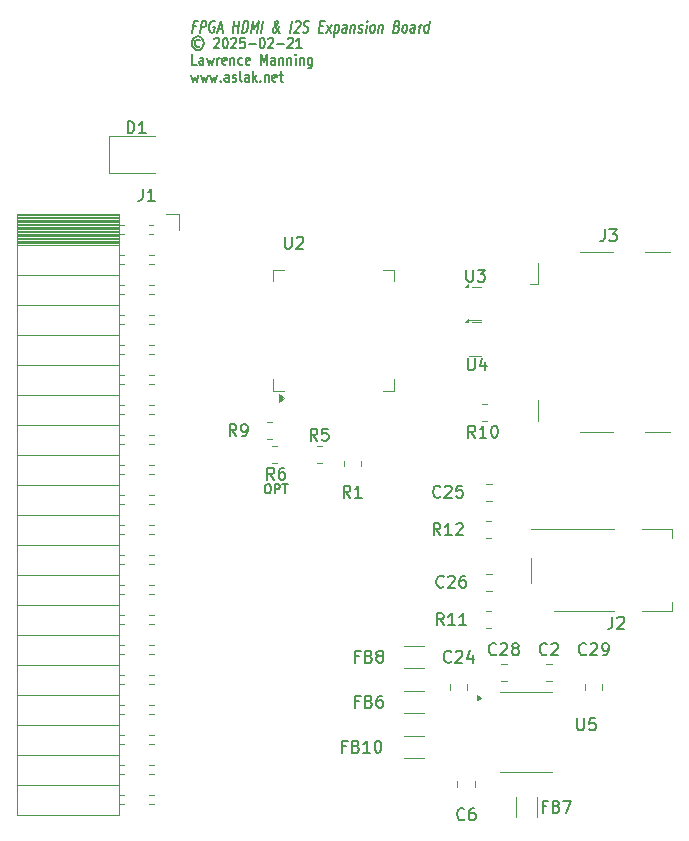
<source format=gbr>
%TF.GenerationSoftware,KiCad,Pcbnew,9.0.2+1*%
%TF.CreationDate,2025-07-26T23:59:44+01:00*%
%TF.ProjectId,ICE40HXDevBoardHDMI,49434534-3048-4584-9465-76426f617264,rev?*%
%TF.SameCoordinates,Original*%
%TF.FileFunction,Legend,Top*%
%TF.FilePolarity,Positive*%
%FSLAX46Y46*%
G04 Gerber Fmt 4.6, Leading zero omitted, Abs format (unit mm)*
G04 Created by KiCad (PCBNEW 9.0.2+1) date 2025-07-26 23:59:44*
%MOMM*%
%LPD*%
G01*
G04 APERTURE LIST*
%ADD10C,0.177800*%
%ADD11C,0.127000*%
%ADD12C,0.190500*%
%ADD13C,0.150000*%
%ADD14C,0.120000*%
G04 APERTURE END LIST*
D10*
X91085258Y-67762450D02*
X91012687Y-67720116D01*
X91012687Y-67720116D02*
X90867544Y-67720116D01*
X90867544Y-67720116D02*
X90794973Y-67762450D01*
X90794973Y-67762450D02*
X90722401Y-67847116D01*
X90722401Y-67847116D02*
X90686115Y-67931783D01*
X90686115Y-67931783D02*
X90686115Y-68101116D01*
X90686115Y-68101116D02*
X90722401Y-68185783D01*
X90722401Y-68185783D02*
X90794973Y-68270450D01*
X90794973Y-68270450D02*
X90867544Y-68312783D01*
X90867544Y-68312783D02*
X91012687Y-68312783D01*
X91012687Y-68312783D02*
X91085258Y-68270450D01*
X90940115Y-67423783D02*
X90758687Y-67466116D01*
X90758687Y-67466116D02*
X90577258Y-67593116D01*
X90577258Y-67593116D02*
X90468401Y-67804783D01*
X90468401Y-67804783D02*
X90432115Y-68016450D01*
X90432115Y-68016450D02*
X90468401Y-68228116D01*
X90468401Y-68228116D02*
X90577258Y-68439783D01*
X90577258Y-68439783D02*
X90758687Y-68566783D01*
X90758687Y-68566783D02*
X90940115Y-68609116D01*
X90940115Y-68609116D02*
X91121544Y-68566783D01*
X91121544Y-68566783D02*
X91302973Y-68439783D01*
X91302973Y-68439783D02*
X91411830Y-68228116D01*
X91411830Y-68228116D02*
X91448115Y-68016450D01*
X91448115Y-68016450D02*
X91411830Y-67804783D01*
X91411830Y-67804783D02*
X91302973Y-67593116D01*
X91302973Y-67593116D02*
X91121544Y-67466116D01*
X91121544Y-67466116D02*
X90940115Y-67423783D01*
X92318972Y-67635450D02*
X92355258Y-67593116D01*
X92355258Y-67593116D02*
X92427830Y-67550783D01*
X92427830Y-67550783D02*
X92609258Y-67550783D01*
X92609258Y-67550783D02*
X92681830Y-67593116D01*
X92681830Y-67593116D02*
X92718115Y-67635450D01*
X92718115Y-67635450D02*
X92754401Y-67720116D01*
X92754401Y-67720116D02*
X92754401Y-67804783D01*
X92754401Y-67804783D02*
X92718115Y-67931783D01*
X92718115Y-67931783D02*
X92282687Y-68439783D01*
X92282687Y-68439783D02*
X92754401Y-68439783D01*
X93226115Y-67550783D02*
X93298686Y-67550783D01*
X93298686Y-67550783D02*
X93371258Y-67593116D01*
X93371258Y-67593116D02*
X93407544Y-67635450D01*
X93407544Y-67635450D02*
X93443829Y-67720116D01*
X93443829Y-67720116D02*
X93480115Y-67889450D01*
X93480115Y-67889450D02*
X93480115Y-68101116D01*
X93480115Y-68101116D02*
X93443829Y-68270450D01*
X93443829Y-68270450D02*
X93407544Y-68355116D01*
X93407544Y-68355116D02*
X93371258Y-68397450D01*
X93371258Y-68397450D02*
X93298686Y-68439783D01*
X93298686Y-68439783D02*
X93226115Y-68439783D01*
X93226115Y-68439783D02*
X93153544Y-68397450D01*
X93153544Y-68397450D02*
X93117258Y-68355116D01*
X93117258Y-68355116D02*
X93080972Y-68270450D01*
X93080972Y-68270450D02*
X93044686Y-68101116D01*
X93044686Y-68101116D02*
X93044686Y-67889450D01*
X93044686Y-67889450D02*
X93080972Y-67720116D01*
X93080972Y-67720116D02*
X93117258Y-67635450D01*
X93117258Y-67635450D02*
X93153544Y-67593116D01*
X93153544Y-67593116D02*
X93226115Y-67550783D01*
X93770400Y-67635450D02*
X93806686Y-67593116D01*
X93806686Y-67593116D02*
X93879258Y-67550783D01*
X93879258Y-67550783D02*
X94060686Y-67550783D01*
X94060686Y-67550783D02*
X94133258Y-67593116D01*
X94133258Y-67593116D02*
X94169543Y-67635450D01*
X94169543Y-67635450D02*
X94205829Y-67720116D01*
X94205829Y-67720116D02*
X94205829Y-67804783D01*
X94205829Y-67804783D02*
X94169543Y-67931783D01*
X94169543Y-67931783D02*
X93734115Y-68439783D01*
X93734115Y-68439783D02*
X94205829Y-68439783D01*
X94895257Y-67550783D02*
X94532400Y-67550783D01*
X94532400Y-67550783D02*
X94496114Y-67974116D01*
X94496114Y-67974116D02*
X94532400Y-67931783D01*
X94532400Y-67931783D02*
X94604972Y-67889450D01*
X94604972Y-67889450D02*
X94786400Y-67889450D01*
X94786400Y-67889450D02*
X94858972Y-67931783D01*
X94858972Y-67931783D02*
X94895257Y-67974116D01*
X94895257Y-67974116D02*
X94931543Y-68058783D01*
X94931543Y-68058783D02*
X94931543Y-68270450D01*
X94931543Y-68270450D02*
X94895257Y-68355116D01*
X94895257Y-68355116D02*
X94858972Y-68397450D01*
X94858972Y-68397450D02*
X94786400Y-68439783D01*
X94786400Y-68439783D02*
X94604972Y-68439783D01*
X94604972Y-68439783D02*
X94532400Y-68397450D01*
X94532400Y-68397450D02*
X94496114Y-68355116D01*
X95258114Y-68101116D02*
X95838686Y-68101116D01*
X96346686Y-67550783D02*
X96419257Y-67550783D01*
X96419257Y-67550783D02*
X96491829Y-67593116D01*
X96491829Y-67593116D02*
X96528115Y-67635450D01*
X96528115Y-67635450D02*
X96564400Y-67720116D01*
X96564400Y-67720116D02*
X96600686Y-67889450D01*
X96600686Y-67889450D02*
X96600686Y-68101116D01*
X96600686Y-68101116D02*
X96564400Y-68270450D01*
X96564400Y-68270450D02*
X96528115Y-68355116D01*
X96528115Y-68355116D02*
X96491829Y-68397450D01*
X96491829Y-68397450D02*
X96419257Y-68439783D01*
X96419257Y-68439783D02*
X96346686Y-68439783D01*
X96346686Y-68439783D02*
X96274115Y-68397450D01*
X96274115Y-68397450D02*
X96237829Y-68355116D01*
X96237829Y-68355116D02*
X96201543Y-68270450D01*
X96201543Y-68270450D02*
X96165257Y-68101116D01*
X96165257Y-68101116D02*
X96165257Y-67889450D01*
X96165257Y-67889450D02*
X96201543Y-67720116D01*
X96201543Y-67720116D02*
X96237829Y-67635450D01*
X96237829Y-67635450D02*
X96274115Y-67593116D01*
X96274115Y-67593116D02*
X96346686Y-67550783D01*
X96890971Y-67635450D02*
X96927257Y-67593116D01*
X96927257Y-67593116D02*
X96999829Y-67550783D01*
X96999829Y-67550783D02*
X97181257Y-67550783D01*
X97181257Y-67550783D02*
X97253829Y-67593116D01*
X97253829Y-67593116D02*
X97290114Y-67635450D01*
X97290114Y-67635450D02*
X97326400Y-67720116D01*
X97326400Y-67720116D02*
X97326400Y-67804783D01*
X97326400Y-67804783D02*
X97290114Y-67931783D01*
X97290114Y-67931783D02*
X96854686Y-68439783D01*
X96854686Y-68439783D02*
X97326400Y-68439783D01*
X97652971Y-68101116D02*
X98233543Y-68101116D01*
X98560114Y-67635450D02*
X98596400Y-67593116D01*
X98596400Y-67593116D02*
X98668972Y-67550783D01*
X98668972Y-67550783D02*
X98850400Y-67550783D01*
X98850400Y-67550783D02*
X98922972Y-67593116D01*
X98922972Y-67593116D02*
X98959257Y-67635450D01*
X98959257Y-67635450D02*
X98995543Y-67720116D01*
X98995543Y-67720116D02*
X98995543Y-67804783D01*
X98995543Y-67804783D02*
X98959257Y-67931783D01*
X98959257Y-67931783D02*
X98523829Y-68439783D01*
X98523829Y-68439783D02*
X98995543Y-68439783D01*
X99721257Y-68439783D02*
X99285828Y-68439783D01*
X99503543Y-68439783D02*
X99503543Y-67550783D01*
X99503543Y-67550783D02*
X99430971Y-67677783D01*
X99430971Y-67677783D02*
X99358400Y-67762450D01*
X99358400Y-67762450D02*
X99285828Y-67804783D01*
X90831258Y-69871023D02*
X90468401Y-69871023D01*
X90468401Y-69871023D02*
X90468401Y-68982023D01*
X91411830Y-69871023D02*
X91411830Y-69405356D01*
X91411830Y-69405356D02*
X91375544Y-69320690D01*
X91375544Y-69320690D02*
X91302972Y-69278356D01*
X91302972Y-69278356D02*
X91157830Y-69278356D01*
X91157830Y-69278356D02*
X91085258Y-69320690D01*
X91411830Y-69828690D02*
X91339258Y-69871023D01*
X91339258Y-69871023D02*
X91157830Y-69871023D01*
X91157830Y-69871023D02*
X91085258Y-69828690D01*
X91085258Y-69828690D02*
X91048972Y-69744023D01*
X91048972Y-69744023D02*
X91048972Y-69659356D01*
X91048972Y-69659356D02*
X91085258Y-69574690D01*
X91085258Y-69574690D02*
X91157830Y-69532356D01*
X91157830Y-69532356D02*
X91339258Y-69532356D01*
X91339258Y-69532356D02*
X91411830Y-69490023D01*
X91702116Y-69278356D02*
X91847259Y-69871023D01*
X91847259Y-69871023D02*
X91992401Y-69447690D01*
X91992401Y-69447690D02*
X92137544Y-69871023D01*
X92137544Y-69871023D02*
X92282687Y-69278356D01*
X92572973Y-69871023D02*
X92572973Y-69278356D01*
X92572973Y-69447690D02*
X92609259Y-69363023D01*
X92609259Y-69363023D02*
X92645545Y-69320690D01*
X92645545Y-69320690D02*
X92718116Y-69278356D01*
X92718116Y-69278356D02*
X92790687Y-69278356D01*
X93334973Y-69828690D02*
X93262401Y-69871023D01*
X93262401Y-69871023D02*
X93117259Y-69871023D01*
X93117259Y-69871023D02*
X93044687Y-69828690D01*
X93044687Y-69828690D02*
X93008401Y-69744023D01*
X93008401Y-69744023D02*
X93008401Y-69405356D01*
X93008401Y-69405356D02*
X93044687Y-69320690D01*
X93044687Y-69320690D02*
X93117259Y-69278356D01*
X93117259Y-69278356D02*
X93262401Y-69278356D01*
X93262401Y-69278356D02*
X93334973Y-69320690D01*
X93334973Y-69320690D02*
X93371259Y-69405356D01*
X93371259Y-69405356D02*
X93371259Y-69490023D01*
X93371259Y-69490023D02*
X93008401Y-69574690D01*
X93697830Y-69278356D02*
X93697830Y-69871023D01*
X93697830Y-69363023D02*
X93734116Y-69320690D01*
X93734116Y-69320690D02*
X93806687Y-69278356D01*
X93806687Y-69278356D02*
X93915544Y-69278356D01*
X93915544Y-69278356D02*
X93988116Y-69320690D01*
X93988116Y-69320690D02*
X94024402Y-69405356D01*
X94024402Y-69405356D02*
X94024402Y-69871023D01*
X94713831Y-69828690D02*
X94641259Y-69871023D01*
X94641259Y-69871023D02*
X94496116Y-69871023D01*
X94496116Y-69871023D02*
X94423545Y-69828690D01*
X94423545Y-69828690D02*
X94387259Y-69786356D01*
X94387259Y-69786356D02*
X94350973Y-69701690D01*
X94350973Y-69701690D02*
X94350973Y-69447690D01*
X94350973Y-69447690D02*
X94387259Y-69363023D01*
X94387259Y-69363023D02*
X94423545Y-69320690D01*
X94423545Y-69320690D02*
X94496116Y-69278356D01*
X94496116Y-69278356D02*
X94641259Y-69278356D01*
X94641259Y-69278356D02*
X94713831Y-69320690D01*
X95330688Y-69828690D02*
X95258116Y-69871023D01*
X95258116Y-69871023D02*
X95112974Y-69871023D01*
X95112974Y-69871023D02*
X95040402Y-69828690D01*
X95040402Y-69828690D02*
X95004116Y-69744023D01*
X95004116Y-69744023D02*
X95004116Y-69405356D01*
X95004116Y-69405356D02*
X95040402Y-69320690D01*
X95040402Y-69320690D02*
X95112974Y-69278356D01*
X95112974Y-69278356D02*
X95258116Y-69278356D01*
X95258116Y-69278356D02*
X95330688Y-69320690D01*
X95330688Y-69320690D02*
X95366974Y-69405356D01*
X95366974Y-69405356D02*
X95366974Y-69490023D01*
X95366974Y-69490023D02*
X95004116Y-69574690D01*
X96274116Y-69871023D02*
X96274116Y-68982023D01*
X96274116Y-68982023D02*
X96528116Y-69617023D01*
X96528116Y-69617023D02*
X96782116Y-68982023D01*
X96782116Y-68982023D02*
X96782116Y-69871023D01*
X97471545Y-69871023D02*
X97471545Y-69405356D01*
X97471545Y-69405356D02*
X97435259Y-69320690D01*
X97435259Y-69320690D02*
X97362687Y-69278356D01*
X97362687Y-69278356D02*
X97217545Y-69278356D01*
X97217545Y-69278356D02*
X97144973Y-69320690D01*
X97471545Y-69828690D02*
X97398973Y-69871023D01*
X97398973Y-69871023D02*
X97217545Y-69871023D01*
X97217545Y-69871023D02*
X97144973Y-69828690D01*
X97144973Y-69828690D02*
X97108687Y-69744023D01*
X97108687Y-69744023D02*
X97108687Y-69659356D01*
X97108687Y-69659356D02*
X97144973Y-69574690D01*
X97144973Y-69574690D02*
X97217545Y-69532356D01*
X97217545Y-69532356D02*
X97398973Y-69532356D01*
X97398973Y-69532356D02*
X97471545Y-69490023D01*
X97834402Y-69278356D02*
X97834402Y-69871023D01*
X97834402Y-69363023D02*
X97870688Y-69320690D01*
X97870688Y-69320690D02*
X97943259Y-69278356D01*
X97943259Y-69278356D02*
X98052116Y-69278356D01*
X98052116Y-69278356D02*
X98124688Y-69320690D01*
X98124688Y-69320690D02*
X98160974Y-69405356D01*
X98160974Y-69405356D02*
X98160974Y-69871023D01*
X98523831Y-69278356D02*
X98523831Y-69871023D01*
X98523831Y-69363023D02*
X98560117Y-69320690D01*
X98560117Y-69320690D02*
X98632688Y-69278356D01*
X98632688Y-69278356D02*
X98741545Y-69278356D01*
X98741545Y-69278356D02*
X98814117Y-69320690D01*
X98814117Y-69320690D02*
X98850403Y-69405356D01*
X98850403Y-69405356D02*
X98850403Y-69871023D01*
X99213260Y-69871023D02*
X99213260Y-69278356D01*
X99213260Y-68982023D02*
X99176974Y-69024356D01*
X99176974Y-69024356D02*
X99213260Y-69066690D01*
X99213260Y-69066690D02*
X99249546Y-69024356D01*
X99249546Y-69024356D02*
X99213260Y-68982023D01*
X99213260Y-68982023D02*
X99213260Y-69066690D01*
X99576117Y-69278356D02*
X99576117Y-69871023D01*
X99576117Y-69363023D02*
X99612403Y-69320690D01*
X99612403Y-69320690D02*
X99684974Y-69278356D01*
X99684974Y-69278356D02*
X99793831Y-69278356D01*
X99793831Y-69278356D02*
X99866403Y-69320690D01*
X99866403Y-69320690D02*
X99902689Y-69405356D01*
X99902689Y-69405356D02*
X99902689Y-69871023D01*
X100592118Y-69278356D02*
X100592118Y-69998023D01*
X100592118Y-69998023D02*
X100555832Y-70082690D01*
X100555832Y-70082690D02*
X100519546Y-70125023D01*
X100519546Y-70125023D02*
X100446975Y-70167356D01*
X100446975Y-70167356D02*
X100338118Y-70167356D01*
X100338118Y-70167356D02*
X100265546Y-70125023D01*
X100592118Y-69828690D02*
X100519546Y-69871023D01*
X100519546Y-69871023D02*
X100374403Y-69871023D01*
X100374403Y-69871023D02*
X100301832Y-69828690D01*
X100301832Y-69828690D02*
X100265546Y-69786356D01*
X100265546Y-69786356D02*
X100229260Y-69701690D01*
X100229260Y-69701690D02*
X100229260Y-69447690D01*
X100229260Y-69447690D02*
X100265546Y-69363023D01*
X100265546Y-69363023D02*
X100301832Y-69320690D01*
X100301832Y-69320690D02*
X100374403Y-69278356D01*
X100374403Y-69278356D02*
X100519546Y-69278356D01*
X100519546Y-69278356D02*
X100592118Y-69320690D01*
X90395830Y-70709596D02*
X90540973Y-71302263D01*
X90540973Y-71302263D02*
X90686115Y-70878930D01*
X90686115Y-70878930D02*
X90831258Y-71302263D01*
X90831258Y-71302263D02*
X90976401Y-70709596D01*
X91194116Y-70709596D02*
X91339259Y-71302263D01*
X91339259Y-71302263D02*
X91484401Y-70878930D01*
X91484401Y-70878930D02*
X91629544Y-71302263D01*
X91629544Y-71302263D02*
X91774687Y-70709596D01*
X91992402Y-70709596D02*
X92137545Y-71302263D01*
X92137545Y-71302263D02*
X92282687Y-70878930D01*
X92282687Y-70878930D02*
X92427830Y-71302263D01*
X92427830Y-71302263D02*
X92572973Y-70709596D01*
X92863259Y-71217596D02*
X92899545Y-71259930D01*
X92899545Y-71259930D02*
X92863259Y-71302263D01*
X92863259Y-71302263D02*
X92826973Y-71259930D01*
X92826973Y-71259930D02*
X92863259Y-71217596D01*
X92863259Y-71217596D02*
X92863259Y-71302263D01*
X93552688Y-71302263D02*
X93552688Y-70836596D01*
X93552688Y-70836596D02*
X93516402Y-70751930D01*
X93516402Y-70751930D02*
X93443830Y-70709596D01*
X93443830Y-70709596D02*
X93298688Y-70709596D01*
X93298688Y-70709596D02*
X93226116Y-70751930D01*
X93552688Y-71259930D02*
X93480116Y-71302263D01*
X93480116Y-71302263D02*
X93298688Y-71302263D01*
X93298688Y-71302263D02*
X93226116Y-71259930D01*
X93226116Y-71259930D02*
X93189830Y-71175263D01*
X93189830Y-71175263D02*
X93189830Y-71090596D01*
X93189830Y-71090596D02*
X93226116Y-71005930D01*
X93226116Y-71005930D02*
X93298688Y-70963596D01*
X93298688Y-70963596D02*
X93480116Y-70963596D01*
X93480116Y-70963596D02*
X93552688Y-70921263D01*
X93879259Y-71259930D02*
X93951831Y-71302263D01*
X93951831Y-71302263D02*
X94096974Y-71302263D01*
X94096974Y-71302263D02*
X94169545Y-71259930D01*
X94169545Y-71259930D02*
X94205831Y-71175263D01*
X94205831Y-71175263D02*
X94205831Y-71132930D01*
X94205831Y-71132930D02*
X94169545Y-71048263D01*
X94169545Y-71048263D02*
X94096974Y-71005930D01*
X94096974Y-71005930D02*
X93988117Y-71005930D01*
X93988117Y-71005930D02*
X93915545Y-70963596D01*
X93915545Y-70963596D02*
X93879259Y-70878930D01*
X93879259Y-70878930D02*
X93879259Y-70836596D01*
X93879259Y-70836596D02*
X93915545Y-70751930D01*
X93915545Y-70751930D02*
X93988117Y-70709596D01*
X93988117Y-70709596D02*
X94096974Y-70709596D01*
X94096974Y-70709596D02*
X94169545Y-70751930D01*
X94641259Y-71302263D02*
X94568688Y-71259930D01*
X94568688Y-71259930D02*
X94532402Y-71175263D01*
X94532402Y-71175263D02*
X94532402Y-70413263D01*
X95258117Y-71302263D02*
X95258117Y-70836596D01*
X95258117Y-70836596D02*
X95221831Y-70751930D01*
X95221831Y-70751930D02*
X95149259Y-70709596D01*
X95149259Y-70709596D02*
X95004117Y-70709596D01*
X95004117Y-70709596D02*
X94931545Y-70751930D01*
X95258117Y-71259930D02*
X95185545Y-71302263D01*
X95185545Y-71302263D02*
X95004117Y-71302263D01*
X95004117Y-71302263D02*
X94931545Y-71259930D01*
X94931545Y-71259930D02*
X94895259Y-71175263D01*
X94895259Y-71175263D02*
X94895259Y-71090596D01*
X94895259Y-71090596D02*
X94931545Y-71005930D01*
X94931545Y-71005930D02*
X95004117Y-70963596D01*
X95004117Y-70963596D02*
X95185545Y-70963596D01*
X95185545Y-70963596D02*
X95258117Y-70921263D01*
X95620974Y-71302263D02*
X95620974Y-70413263D01*
X95693546Y-70963596D02*
X95911260Y-71302263D01*
X95911260Y-70709596D02*
X95620974Y-71048263D01*
X96237831Y-71217596D02*
X96274117Y-71259930D01*
X96274117Y-71259930D02*
X96237831Y-71302263D01*
X96237831Y-71302263D02*
X96201545Y-71259930D01*
X96201545Y-71259930D02*
X96237831Y-71217596D01*
X96237831Y-71217596D02*
X96237831Y-71302263D01*
X96600688Y-70709596D02*
X96600688Y-71302263D01*
X96600688Y-70794263D02*
X96636974Y-70751930D01*
X96636974Y-70751930D02*
X96709545Y-70709596D01*
X96709545Y-70709596D02*
X96818402Y-70709596D01*
X96818402Y-70709596D02*
X96890974Y-70751930D01*
X96890974Y-70751930D02*
X96927260Y-70836596D01*
X96927260Y-70836596D02*
X96927260Y-71302263D01*
X97580403Y-71259930D02*
X97507831Y-71302263D01*
X97507831Y-71302263D02*
X97362689Y-71302263D01*
X97362689Y-71302263D02*
X97290117Y-71259930D01*
X97290117Y-71259930D02*
X97253831Y-71175263D01*
X97253831Y-71175263D02*
X97253831Y-70836596D01*
X97253831Y-70836596D02*
X97290117Y-70751930D01*
X97290117Y-70751930D02*
X97362689Y-70709596D01*
X97362689Y-70709596D02*
X97507831Y-70709596D01*
X97507831Y-70709596D02*
X97580403Y-70751930D01*
X97580403Y-70751930D02*
X97616689Y-70836596D01*
X97616689Y-70836596D02*
X97616689Y-70921263D01*
X97616689Y-70921263D02*
X97253831Y-71005930D01*
X97834403Y-70709596D02*
X98124689Y-70709596D01*
X97943260Y-70413263D02*
X97943260Y-71175263D01*
X97943260Y-71175263D02*
X97979546Y-71259930D01*
X97979546Y-71259930D02*
X98052117Y-71302263D01*
X98052117Y-71302263D02*
X98124689Y-71302263D01*
D11*
X96792143Y-105374911D02*
X96937286Y-105374911D01*
X96937286Y-105374911D02*
X97009857Y-105411197D01*
X97009857Y-105411197D02*
X97082429Y-105483768D01*
X97082429Y-105483768D02*
X97118714Y-105628911D01*
X97118714Y-105628911D02*
X97118714Y-105882911D01*
X97118714Y-105882911D02*
X97082429Y-106028054D01*
X97082429Y-106028054D02*
X97009857Y-106100626D01*
X97009857Y-106100626D02*
X96937286Y-106136911D01*
X96937286Y-106136911D02*
X96792143Y-106136911D01*
X96792143Y-106136911D02*
X96719572Y-106100626D01*
X96719572Y-106100626D02*
X96647000Y-106028054D01*
X96647000Y-106028054D02*
X96610714Y-105882911D01*
X96610714Y-105882911D02*
X96610714Y-105628911D01*
X96610714Y-105628911D02*
X96647000Y-105483768D01*
X96647000Y-105483768D02*
X96719572Y-105411197D01*
X96719572Y-105411197D02*
X96792143Y-105374911D01*
X97445286Y-106136911D02*
X97445286Y-105374911D01*
X97445286Y-105374911D02*
X97735572Y-105374911D01*
X97735572Y-105374911D02*
X97808143Y-105411197D01*
X97808143Y-105411197D02*
X97844429Y-105447483D01*
X97844429Y-105447483D02*
X97880715Y-105520054D01*
X97880715Y-105520054D02*
X97880715Y-105628911D01*
X97880715Y-105628911D02*
X97844429Y-105701483D01*
X97844429Y-105701483D02*
X97808143Y-105737768D01*
X97808143Y-105737768D02*
X97735572Y-105774054D01*
X97735572Y-105774054D02*
X97445286Y-105774054D01*
X98098429Y-105374911D02*
X98533858Y-105374911D01*
X98316143Y-106136911D02*
X98316143Y-105374911D01*
D12*
X90791232Y-66602924D02*
X90537232Y-66602924D01*
X90470708Y-67135114D02*
X90597708Y-66119114D01*
X90597708Y-66119114D02*
X90960566Y-66119114D01*
X91123851Y-67135114D02*
X91250851Y-66119114D01*
X91250851Y-66119114D02*
X91541137Y-66119114D01*
X91541137Y-66119114D02*
X91607661Y-66167495D01*
X91607661Y-66167495D02*
X91637899Y-66215876D01*
X91637899Y-66215876D02*
X91662090Y-66312638D01*
X91662090Y-66312638D02*
X91643947Y-66457781D01*
X91643947Y-66457781D02*
X91595566Y-66554543D01*
X91595566Y-66554543D02*
X91553232Y-66602924D01*
X91553232Y-66602924D02*
X91474613Y-66651305D01*
X91474613Y-66651305D02*
X91184328Y-66651305D01*
X92405947Y-66167495D02*
X92339423Y-66119114D01*
X92339423Y-66119114D02*
X92230566Y-66119114D01*
X92230566Y-66119114D02*
X92115661Y-66167495D01*
X92115661Y-66167495D02*
X92030994Y-66264257D01*
X92030994Y-66264257D02*
X91982613Y-66361019D01*
X91982613Y-66361019D02*
X91922137Y-66554543D01*
X91922137Y-66554543D02*
X91903994Y-66699686D01*
X91903994Y-66699686D02*
X91916090Y-66893210D01*
X91916090Y-66893210D02*
X91940280Y-66989972D01*
X91940280Y-66989972D02*
X92000756Y-67086734D01*
X92000756Y-67086734D02*
X92103566Y-67135114D01*
X92103566Y-67135114D02*
X92176137Y-67135114D01*
X92176137Y-67135114D02*
X92291042Y-67086734D01*
X92291042Y-67086734D02*
X92333375Y-67038353D01*
X92333375Y-67038353D02*
X92375709Y-66699686D01*
X92375709Y-66699686D02*
X92230566Y-66699686D01*
X92647851Y-66844829D02*
X93010709Y-66844829D01*
X92538994Y-67135114D02*
X92919994Y-66119114D01*
X92919994Y-66119114D02*
X93046994Y-67135114D01*
X93881565Y-67135114D02*
X94008565Y-66119114D01*
X93948089Y-66602924D02*
X94383518Y-66602924D01*
X94316994Y-67135114D02*
X94443994Y-66119114D01*
X94679851Y-67135114D02*
X94806851Y-66119114D01*
X94806851Y-66119114D02*
X94988280Y-66119114D01*
X94988280Y-66119114D02*
X95091090Y-66167495D01*
X95091090Y-66167495D02*
X95151566Y-66264257D01*
X95151566Y-66264257D02*
X95175756Y-66361019D01*
X95175756Y-66361019D02*
X95187851Y-66554543D01*
X95187851Y-66554543D02*
X95169709Y-66699686D01*
X95169709Y-66699686D02*
X95109232Y-66893210D01*
X95109232Y-66893210D02*
X95060851Y-66989972D01*
X95060851Y-66989972D02*
X94976185Y-67086734D01*
X94976185Y-67086734D02*
X94861280Y-67135114D01*
X94861280Y-67135114D02*
X94679851Y-67135114D01*
X95441851Y-67135114D02*
X95568851Y-66119114D01*
X95568851Y-66119114D02*
X95732137Y-66844829D01*
X95732137Y-66844829D02*
X96076851Y-66119114D01*
X96076851Y-66119114D02*
X95949851Y-67135114D01*
X96312708Y-67135114D02*
X96439708Y-66119114D01*
X97872994Y-67135114D02*
X97836708Y-67135114D01*
X97836708Y-67135114D02*
X97770184Y-67086734D01*
X97770184Y-67086734D02*
X97679470Y-66941591D01*
X97679470Y-66941591D02*
X97534327Y-66651305D01*
X97534327Y-66651305D02*
X97479898Y-66506162D01*
X97479898Y-66506162D02*
X97461756Y-66361019D01*
X97461756Y-66361019D02*
X97473851Y-66264257D01*
X97473851Y-66264257D02*
X97522232Y-66167495D01*
X97522232Y-66167495D02*
X97600851Y-66119114D01*
X97600851Y-66119114D02*
X97637136Y-66119114D01*
X97637136Y-66119114D02*
X97703660Y-66167495D01*
X97703660Y-66167495D02*
X97727851Y-66264257D01*
X97727851Y-66264257D02*
X97721803Y-66312638D01*
X97721803Y-66312638D02*
X97673422Y-66409400D01*
X97673422Y-66409400D02*
X97631089Y-66457781D01*
X97631089Y-66457781D02*
X97389184Y-66651305D01*
X97389184Y-66651305D02*
X97346851Y-66699686D01*
X97346851Y-66699686D02*
X97298470Y-66796448D01*
X97298470Y-66796448D02*
X97280327Y-66941591D01*
X97280327Y-66941591D02*
X97304517Y-67038353D01*
X97304517Y-67038353D02*
X97334756Y-67086734D01*
X97334756Y-67086734D02*
X97401279Y-67135114D01*
X97401279Y-67135114D02*
X97510136Y-67135114D01*
X97510136Y-67135114D02*
X97588756Y-67086734D01*
X97588756Y-67086734D02*
X97631089Y-67038353D01*
X97631089Y-67038353D02*
X97764136Y-66844829D01*
X97764136Y-66844829D02*
X97818565Y-66699686D01*
X97818565Y-66699686D02*
X97830660Y-66602924D01*
X98780136Y-67135114D02*
X98907136Y-66119114D01*
X99221613Y-66215876D02*
X99263946Y-66167495D01*
X99263946Y-66167495D02*
X99342565Y-66119114D01*
X99342565Y-66119114D02*
X99523993Y-66119114D01*
X99523993Y-66119114D02*
X99590517Y-66167495D01*
X99590517Y-66167495D02*
X99620755Y-66215876D01*
X99620755Y-66215876D02*
X99644946Y-66312638D01*
X99644946Y-66312638D02*
X99632851Y-66409400D01*
X99632851Y-66409400D02*
X99578422Y-66554543D01*
X99578422Y-66554543D02*
X99070422Y-67135114D01*
X99070422Y-67135114D02*
X99542136Y-67135114D01*
X99838469Y-67086734D02*
X99941279Y-67135114D01*
X99941279Y-67135114D02*
X100122707Y-67135114D01*
X100122707Y-67135114D02*
X100201327Y-67086734D01*
X100201327Y-67086734D02*
X100243660Y-67038353D01*
X100243660Y-67038353D02*
X100292041Y-66941591D01*
X100292041Y-66941591D02*
X100304136Y-66844829D01*
X100304136Y-66844829D02*
X100279946Y-66748067D01*
X100279946Y-66748067D02*
X100249707Y-66699686D01*
X100249707Y-66699686D02*
X100183184Y-66651305D01*
X100183184Y-66651305D02*
X100044088Y-66602924D01*
X100044088Y-66602924D02*
X99977565Y-66554543D01*
X99977565Y-66554543D02*
X99947327Y-66506162D01*
X99947327Y-66506162D02*
X99923136Y-66409400D01*
X99923136Y-66409400D02*
X99935231Y-66312638D01*
X99935231Y-66312638D02*
X99983612Y-66215876D01*
X99983612Y-66215876D02*
X100025946Y-66167495D01*
X100025946Y-66167495D02*
X100104565Y-66119114D01*
X100104565Y-66119114D02*
X100285993Y-66119114D01*
X100285993Y-66119114D02*
X100388803Y-66167495D01*
X101241516Y-66602924D02*
X101495516Y-66602924D01*
X101537850Y-67135114D02*
X101174992Y-67135114D01*
X101174992Y-67135114D02*
X101301992Y-66119114D01*
X101301992Y-66119114D02*
X101664850Y-66119114D01*
X101791850Y-67135114D02*
X102275660Y-66457781D01*
X101876517Y-66457781D02*
X102190993Y-67135114D01*
X102565945Y-66457781D02*
X102438945Y-67473781D01*
X102559898Y-66506162D02*
X102638517Y-66457781D01*
X102638517Y-66457781D02*
X102783659Y-66457781D01*
X102783659Y-66457781D02*
X102850183Y-66506162D01*
X102850183Y-66506162D02*
X102880421Y-66554543D01*
X102880421Y-66554543D02*
X102904612Y-66651305D01*
X102904612Y-66651305D02*
X102868326Y-66941591D01*
X102868326Y-66941591D02*
X102819945Y-67038353D01*
X102819945Y-67038353D02*
X102777612Y-67086734D01*
X102777612Y-67086734D02*
X102698993Y-67135114D01*
X102698993Y-67135114D02*
X102553850Y-67135114D01*
X102553850Y-67135114D02*
X102487326Y-67086734D01*
X103497279Y-67135114D02*
X103563803Y-66602924D01*
X103563803Y-66602924D02*
X103539612Y-66506162D01*
X103539612Y-66506162D02*
X103473088Y-66457781D01*
X103473088Y-66457781D02*
X103327946Y-66457781D01*
X103327946Y-66457781D02*
X103249327Y-66506162D01*
X103503327Y-67086734D02*
X103424707Y-67135114D01*
X103424707Y-67135114D02*
X103243279Y-67135114D01*
X103243279Y-67135114D02*
X103176755Y-67086734D01*
X103176755Y-67086734D02*
X103152565Y-66989972D01*
X103152565Y-66989972D02*
X103164660Y-66893210D01*
X103164660Y-66893210D02*
X103213041Y-66796448D01*
X103213041Y-66796448D02*
X103291660Y-66748067D01*
X103291660Y-66748067D02*
X103473088Y-66748067D01*
X103473088Y-66748067D02*
X103551707Y-66699686D01*
X103944803Y-66457781D02*
X103860136Y-67135114D01*
X103932708Y-66554543D02*
X103975041Y-66506162D01*
X103975041Y-66506162D02*
X104053660Y-66457781D01*
X104053660Y-66457781D02*
X104162517Y-66457781D01*
X104162517Y-66457781D02*
X104229041Y-66506162D01*
X104229041Y-66506162D02*
X104253232Y-66602924D01*
X104253232Y-66602924D02*
X104186708Y-67135114D01*
X104519327Y-67086734D02*
X104585851Y-67135114D01*
X104585851Y-67135114D02*
X104730994Y-67135114D01*
X104730994Y-67135114D02*
X104809613Y-67086734D01*
X104809613Y-67086734D02*
X104857994Y-66989972D01*
X104857994Y-66989972D02*
X104864042Y-66941591D01*
X104864042Y-66941591D02*
X104839851Y-66844829D01*
X104839851Y-66844829D02*
X104773327Y-66796448D01*
X104773327Y-66796448D02*
X104664470Y-66796448D01*
X104664470Y-66796448D02*
X104597946Y-66748067D01*
X104597946Y-66748067D02*
X104573756Y-66651305D01*
X104573756Y-66651305D02*
X104579804Y-66602924D01*
X104579804Y-66602924D02*
X104628185Y-66506162D01*
X104628185Y-66506162D02*
X104706804Y-66457781D01*
X104706804Y-66457781D02*
X104815661Y-66457781D01*
X104815661Y-66457781D02*
X104882185Y-66506162D01*
X105166422Y-67135114D02*
X105251089Y-66457781D01*
X105293422Y-66119114D02*
X105251089Y-66167495D01*
X105251089Y-66167495D02*
X105281327Y-66215876D01*
X105281327Y-66215876D02*
X105323661Y-66167495D01*
X105323661Y-66167495D02*
X105293422Y-66119114D01*
X105293422Y-66119114D02*
X105281327Y-66215876D01*
X105638137Y-67135114D02*
X105571613Y-67086734D01*
X105571613Y-67086734D02*
X105541375Y-67038353D01*
X105541375Y-67038353D02*
X105517184Y-66941591D01*
X105517184Y-66941591D02*
X105553470Y-66651305D01*
X105553470Y-66651305D02*
X105601851Y-66554543D01*
X105601851Y-66554543D02*
X105644184Y-66506162D01*
X105644184Y-66506162D02*
X105722803Y-66457781D01*
X105722803Y-66457781D02*
X105831660Y-66457781D01*
X105831660Y-66457781D02*
X105898184Y-66506162D01*
X105898184Y-66506162D02*
X105928422Y-66554543D01*
X105928422Y-66554543D02*
X105952613Y-66651305D01*
X105952613Y-66651305D02*
X105916327Y-66941591D01*
X105916327Y-66941591D02*
X105867946Y-67038353D01*
X105867946Y-67038353D02*
X105825613Y-67086734D01*
X105825613Y-67086734D02*
X105746994Y-67135114D01*
X105746994Y-67135114D02*
X105638137Y-67135114D01*
X106303375Y-66457781D02*
X106218708Y-67135114D01*
X106291280Y-66554543D02*
X106333613Y-66506162D01*
X106333613Y-66506162D02*
X106412232Y-66457781D01*
X106412232Y-66457781D02*
X106521089Y-66457781D01*
X106521089Y-66457781D02*
X106587613Y-66506162D01*
X106587613Y-66506162D02*
X106611804Y-66602924D01*
X106611804Y-66602924D02*
X106545280Y-67135114D01*
X107809232Y-66602924D02*
X107912042Y-66651305D01*
X107912042Y-66651305D02*
X107942280Y-66699686D01*
X107942280Y-66699686D02*
X107966470Y-66796448D01*
X107966470Y-66796448D02*
X107948328Y-66941591D01*
X107948328Y-66941591D02*
X107899947Y-67038353D01*
X107899947Y-67038353D02*
X107857613Y-67086734D01*
X107857613Y-67086734D02*
X107778994Y-67135114D01*
X107778994Y-67135114D02*
X107488708Y-67135114D01*
X107488708Y-67135114D02*
X107615708Y-66119114D01*
X107615708Y-66119114D02*
X107869708Y-66119114D01*
X107869708Y-66119114D02*
X107936232Y-66167495D01*
X107936232Y-66167495D02*
X107966470Y-66215876D01*
X107966470Y-66215876D02*
X107990661Y-66312638D01*
X107990661Y-66312638D02*
X107978566Y-66409400D01*
X107978566Y-66409400D02*
X107930185Y-66506162D01*
X107930185Y-66506162D02*
X107887851Y-66554543D01*
X107887851Y-66554543D02*
X107809232Y-66602924D01*
X107809232Y-66602924D02*
X107555232Y-66602924D01*
X108359566Y-67135114D02*
X108293042Y-67086734D01*
X108293042Y-67086734D02*
X108262804Y-67038353D01*
X108262804Y-67038353D02*
X108238613Y-66941591D01*
X108238613Y-66941591D02*
X108274899Y-66651305D01*
X108274899Y-66651305D02*
X108323280Y-66554543D01*
X108323280Y-66554543D02*
X108365613Y-66506162D01*
X108365613Y-66506162D02*
X108444232Y-66457781D01*
X108444232Y-66457781D02*
X108553089Y-66457781D01*
X108553089Y-66457781D02*
X108619613Y-66506162D01*
X108619613Y-66506162D02*
X108649851Y-66554543D01*
X108649851Y-66554543D02*
X108674042Y-66651305D01*
X108674042Y-66651305D02*
X108637756Y-66941591D01*
X108637756Y-66941591D02*
X108589375Y-67038353D01*
X108589375Y-67038353D02*
X108547042Y-67086734D01*
X108547042Y-67086734D02*
X108468423Y-67135114D01*
X108468423Y-67135114D02*
X108359566Y-67135114D01*
X109266709Y-67135114D02*
X109333233Y-66602924D01*
X109333233Y-66602924D02*
X109309042Y-66506162D01*
X109309042Y-66506162D02*
X109242518Y-66457781D01*
X109242518Y-66457781D02*
X109097376Y-66457781D01*
X109097376Y-66457781D02*
X109018757Y-66506162D01*
X109272757Y-67086734D02*
X109194137Y-67135114D01*
X109194137Y-67135114D02*
X109012709Y-67135114D01*
X109012709Y-67135114D02*
X108946185Y-67086734D01*
X108946185Y-67086734D02*
X108921995Y-66989972D01*
X108921995Y-66989972D02*
X108934090Y-66893210D01*
X108934090Y-66893210D02*
X108982471Y-66796448D01*
X108982471Y-66796448D02*
X109061090Y-66748067D01*
X109061090Y-66748067D02*
X109242518Y-66748067D01*
X109242518Y-66748067D02*
X109321137Y-66699686D01*
X109629566Y-67135114D02*
X109714233Y-66457781D01*
X109690043Y-66651305D02*
X109738424Y-66554543D01*
X109738424Y-66554543D02*
X109780757Y-66506162D01*
X109780757Y-66506162D02*
X109859376Y-66457781D01*
X109859376Y-66457781D02*
X109931947Y-66457781D01*
X110427852Y-67135114D02*
X110554852Y-66119114D01*
X110433900Y-67086734D02*
X110355280Y-67135114D01*
X110355280Y-67135114D02*
X110210138Y-67135114D01*
X110210138Y-67135114D02*
X110143614Y-67086734D01*
X110143614Y-67086734D02*
X110113376Y-67038353D01*
X110113376Y-67038353D02*
X110089185Y-66941591D01*
X110089185Y-66941591D02*
X110125471Y-66651305D01*
X110125471Y-66651305D02*
X110173852Y-66554543D01*
X110173852Y-66554543D02*
X110216185Y-66506162D01*
X110216185Y-66506162D02*
X110294804Y-66457781D01*
X110294804Y-66457781D02*
X110439947Y-66457781D01*
X110439947Y-66457781D02*
X110506471Y-66506162D01*
D13*
X94194333Y-101292819D02*
X93861000Y-100816628D01*
X93622905Y-101292819D02*
X93622905Y-100292819D01*
X93622905Y-100292819D02*
X94003857Y-100292819D01*
X94003857Y-100292819D02*
X94099095Y-100340438D01*
X94099095Y-100340438D02*
X94146714Y-100388057D01*
X94146714Y-100388057D02*
X94194333Y-100483295D01*
X94194333Y-100483295D02*
X94194333Y-100626152D01*
X94194333Y-100626152D02*
X94146714Y-100721390D01*
X94146714Y-100721390D02*
X94099095Y-100769009D01*
X94099095Y-100769009D02*
X94003857Y-100816628D01*
X94003857Y-100816628D02*
X93622905Y-100816628D01*
X94670524Y-101292819D02*
X94861000Y-101292819D01*
X94861000Y-101292819D02*
X94956238Y-101245200D01*
X94956238Y-101245200D02*
X95003857Y-101197580D01*
X95003857Y-101197580D02*
X95099095Y-101054723D01*
X95099095Y-101054723D02*
X95146714Y-100864247D01*
X95146714Y-100864247D02*
X95146714Y-100483295D01*
X95146714Y-100483295D02*
X95099095Y-100388057D01*
X95099095Y-100388057D02*
X95051476Y-100340438D01*
X95051476Y-100340438D02*
X94956238Y-100292819D01*
X94956238Y-100292819D02*
X94765762Y-100292819D01*
X94765762Y-100292819D02*
X94670524Y-100340438D01*
X94670524Y-100340438D02*
X94622905Y-100388057D01*
X94622905Y-100388057D02*
X94575286Y-100483295D01*
X94575286Y-100483295D02*
X94575286Y-100721390D01*
X94575286Y-100721390D02*
X94622905Y-100816628D01*
X94622905Y-100816628D02*
X94670524Y-100864247D01*
X94670524Y-100864247D02*
X94765762Y-100911866D01*
X94765762Y-100911866D02*
X94956238Y-100911866D01*
X94956238Y-100911866D02*
X95051476Y-100864247D01*
X95051476Y-100864247D02*
X95099095Y-100816628D01*
X95099095Y-100816628D02*
X95146714Y-100721390D01*
X123063095Y-125184819D02*
X123063095Y-125994342D01*
X123063095Y-125994342D02*
X123110714Y-126089580D01*
X123110714Y-126089580D02*
X123158333Y-126137200D01*
X123158333Y-126137200D02*
X123253571Y-126184819D01*
X123253571Y-126184819D02*
X123444047Y-126184819D01*
X123444047Y-126184819D02*
X123539285Y-126137200D01*
X123539285Y-126137200D02*
X123586904Y-126089580D01*
X123586904Y-126089580D02*
X123634523Y-125994342D01*
X123634523Y-125994342D02*
X123634523Y-125184819D01*
X124586904Y-125184819D02*
X124110714Y-125184819D01*
X124110714Y-125184819D02*
X124063095Y-125661009D01*
X124063095Y-125661009D02*
X124110714Y-125613390D01*
X124110714Y-125613390D02*
X124205952Y-125565771D01*
X124205952Y-125565771D02*
X124444047Y-125565771D01*
X124444047Y-125565771D02*
X124539285Y-125613390D01*
X124539285Y-125613390D02*
X124586904Y-125661009D01*
X124586904Y-125661009D02*
X124634523Y-125756247D01*
X124634523Y-125756247D02*
X124634523Y-125994342D01*
X124634523Y-125994342D02*
X124586904Y-126089580D01*
X124586904Y-126089580D02*
X124539285Y-126137200D01*
X124539285Y-126137200D02*
X124444047Y-126184819D01*
X124444047Y-126184819D02*
X124205952Y-126184819D01*
X124205952Y-126184819D02*
X124110714Y-126137200D01*
X124110714Y-126137200D02*
X124063095Y-126089580D01*
X126031666Y-116603819D02*
X126031666Y-117318104D01*
X126031666Y-117318104D02*
X125984047Y-117460961D01*
X125984047Y-117460961D02*
X125888809Y-117556200D01*
X125888809Y-117556200D02*
X125745952Y-117603819D01*
X125745952Y-117603819D02*
X125650714Y-117603819D01*
X126460238Y-116699057D02*
X126507857Y-116651438D01*
X126507857Y-116651438D02*
X126603095Y-116603819D01*
X126603095Y-116603819D02*
X126841190Y-116603819D01*
X126841190Y-116603819D02*
X126936428Y-116651438D01*
X126936428Y-116651438D02*
X126984047Y-116699057D01*
X126984047Y-116699057D02*
X127031666Y-116794295D01*
X127031666Y-116794295D02*
X127031666Y-116889533D01*
X127031666Y-116889533D02*
X126984047Y-117032390D01*
X126984047Y-117032390D02*
X126412619Y-117603819D01*
X126412619Y-117603819D02*
X127031666Y-117603819D01*
X104576666Y-119946009D02*
X104243333Y-119946009D01*
X104243333Y-120469819D02*
X104243333Y-119469819D01*
X104243333Y-119469819D02*
X104719523Y-119469819D01*
X105433809Y-119946009D02*
X105576666Y-119993628D01*
X105576666Y-119993628D02*
X105624285Y-120041247D01*
X105624285Y-120041247D02*
X105671904Y-120136485D01*
X105671904Y-120136485D02*
X105671904Y-120279342D01*
X105671904Y-120279342D02*
X105624285Y-120374580D01*
X105624285Y-120374580D02*
X105576666Y-120422200D01*
X105576666Y-120422200D02*
X105481428Y-120469819D01*
X105481428Y-120469819D02*
X105100476Y-120469819D01*
X105100476Y-120469819D02*
X105100476Y-119469819D01*
X105100476Y-119469819D02*
X105433809Y-119469819D01*
X105433809Y-119469819D02*
X105529047Y-119517438D01*
X105529047Y-119517438D02*
X105576666Y-119565057D01*
X105576666Y-119565057D02*
X105624285Y-119660295D01*
X105624285Y-119660295D02*
X105624285Y-119755533D01*
X105624285Y-119755533D02*
X105576666Y-119850771D01*
X105576666Y-119850771D02*
X105529047Y-119898390D01*
X105529047Y-119898390D02*
X105433809Y-119946009D01*
X105433809Y-119946009D02*
X105100476Y-119946009D01*
X106243333Y-119898390D02*
X106148095Y-119850771D01*
X106148095Y-119850771D02*
X106100476Y-119803152D01*
X106100476Y-119803152D02*
X106052857Y-119707914D01*
X106052857Y-119707914D02*
X106052857Y-119660295D01*
X106052857Y-119660295D02*
X106100476Y-119565057D01*
X106100476Y-119565057D02*
X106148095Y-119517438D01*
X106148095Y-119517438D02*
X106243333Y-119469819D01*
X106243333Y-119469819D02*
X106433809Y-119469819D01*
X106433809Y-119469819D02*
X106529047Y-119517438D01*
X106529047Y-119517438D02*
X106576666Y-119565057D01*
X106576666Y-119565057D02*
X106624285Y-119660295D01*
X106624285Y-119660295D02*
X106624285Y-119707914D01*
X106624285Y-119707914D02*
X106576666Y-119803152D01*
X106576666Y-119803152D02*
X106529047Y-119850771D01*
X106529047Y-119850771D02*
X106433809Y-119898390D01*
X106433809Y-119898390D02*
X106243333Y-119898390D01*
X106243333Y-119898390D02*
X106148095Y-119946009D01*
X106148095Y-119946009D02*
X106100476Y-119993628D01*
X106100476Y-119993628D02*
X106052857Y-120088866D01*
X106052857Y-120088866D02*
X106052857Y-120279342D01*
X106052857Y-120279342D02*
X106100476Y-120374580D01*
X106100476Y-120374580D02*
X106148095Y-120422200D01*
X106148095Y-120422200D02*
X106243333Y-120469819D01*
X106243333Y-120469819D02*
X106433809Y-120469819D01*
X106433809Y-120469819D02*
X106529047Y-120422200D01*
X106529047Y-120422200D02*
X106576666Y-120374580D01*
X106576666Y-120374580D02*
X106624285Y-120279342D01*
X106624285Y-120279342D02*
X106624285Y-120088866D01*
X106624285Y-120088866D02*
X106576666Y-119993628D01*
X106576666Y-119993628D02*
X106529047Y-119946009D01*
X106529047Y-119946009D02*
X106433809Y-119898390D01*
X112387142Y-120374580D02*
X112339523Y-120422200D01*
X112339523Y-120422200D02*
X112196666Y-120469819D01*
X112196666Y-120469819D02*
X112101428Y-120469819D01*
X112101428Y-120469819D02*
X111958571Y-120422200D01*
X111958571Y-120422200D02*
X111863333Y-120326961D01*
X111863333Y-120326961D02*
X111815714Y-120231723D01*
X111815714Y-120231723D02*
X111768095Y-120041247D01*
X111768095Y-120041247D02*
X111768095Y-119898390D01*
X111768095Y-119898390D02*
X111815714Y-119707914D01*
X111815714Y-119707914D02*
X111863333Y-119612676D01*
X111863333Y-119612676D02*
X111958571Y-119517438D01*
X111958571Y-119517438D02*
X112101428Y-119469819D01*
X112101428Y-119469819D02*
X112196666Y-119469819D01*
X112196666Y-119469819D02*
X112339523Y-119517438D01*
X112339523Y-119517438D02*
X112387142Y-119565057D01*
X112768095Y-119565057D02*
X112815714Y-119517438D01*
X112815714Y-119517438D02*
X112910952Y-119469819D01*
X112910952Y-119469819D02*
X113149047Y-119469819D01*
X113149047Y-119469819D02*
X113244285Y-119517438D01*
X113244285Y-119517438D02*
X113291904Y-119565057D01*
X113291904Y-119565057D02*
X113339523Y-119660295D01*
X113339523Y-119660295D02*
X113339523Y-119755533D01*
X113339523Y-119755533D02*
X113291904Y-119898390D01*
X113291904Y-119898390D02*
X112720476Y-120469819D01*
X112720476Y-120469819D02*
X113339523Y-120469819D01*
X114196666Y-119803152D02*
X114196666Y-120469819D01*
X113958571Y-119422200D02*
X113720476Y-120136485D01*
X113720476Y-120136485D02*
X114339523Y-120136485D01*
X123817142Y-119739580D02*
X123769523Y-119787200D01*
X123769523Y-119787200D02*
X123626666Y-119834819D01*
X123626666Y-119834819D02*
X123531428Y-119834819D01*
X123531428Y-119834819D02*
X123388571Y-119787200D01*
X123388571Y-119787200D02*
X123293333Y-119691961D01*
X123293333Y-119691961D02*
X123245714Y-119596723D01*
X123245714Y-119596723D02*
X123198095Y-119406247D01*
X123198095Y-119406247D02*
X123198095Y-119263390D01*
X123198095Y-119263390D02*
X123245714Y-119072914D01*
X123245714Y-119072914D02*
X123293333Y-118977676D01*
X123293333Y-118977676D02*
X123388571Y-118882438D01*
X123388571Y-118882438D02*
X123531428Y-118834819D01*
X123531428Y-118834819D02*
X123626666Y-118834819D01*
X123626666Y-118834819D02*
X123769523Y-118882438D01*
X123769523Y-118882438D02*
X123817142Y-118930057D01*
X124198095Y-118930057D02*
X124245714Y-118882438D01*
X124245714Y-118882438D02*
X124340952Y-118834819D01*
X124340952Y-118834819D02*
X124579047Y-118834819D01*
X124579047Y-118834819D02*
X124674285Y-118882438D01*
X124674285Y-118882438D02*
X124721904Y-118930057D01*
X124721904Y-118930057D02*
X124769523Y-119025295D01*
X124769523Y-119025295D02*
X124769523Y-119120533D01*
X124769523Y-119120533D02*
X124721904Y-119263390D01*
X124721904Y-119263390D02*
X124150476Y-119834819D01*
X124150476Y-119834819D02*
X124769523Y-119834819D01*
X125245714Y-119834819D02*
X125436190Y-119834819D01*
X125436190Y-119834819D02*
X125531428Y-119787200D01*
X125531428Y-119787200D02*
X125579047Y-119739580D01*
X125579047Y-119739580D02*
X125674285Y-119596723D01*
X125674285Y-119596723D02*
X125721904Y-119406247D01*
X125721904Y-119406247D02*
X125721904Y-119025295D01*
X125721904Y-119025295D02*
X125674285Y-118930057D01*
X125674285Y-118930057D02*
X125626666Y-118882438D01*
X125626666Y-118882438D02*
X125531428Y-118834819D01*
X125531428Y-118834819D02*
X125340952Y-118834819D01*
X125340952Y-118834819D02*
X125245714Y-118882438D01*
X125245714Y-118882438D02*
X125198095Y-118930057D01*
X125198095Y-118930057D02*
X125150476Y-119025295D01*
X125150476Y-119025295D02*
X125150476Y-119263390D01*
X125150476Y-119263390D02*
X125198095Y-119358628D01*
X125198095Y-119358628D02*
X125245714Y-119406247D01*
X125245714Y-119406247D02*
X125340952Y-119453866D01*
X125340952Y-119453866D02*
X125531428Y-119453866D01*
X125531428Y-119453866D02*
X125626666Y-119406247D01*
X125626666Y-119406247D02*
X125674285Y-119358628D01*
X125674285Y-119358628D02*
X125721904Y-119263390D01*
X113498333Y-133709580D02*
X113450714Y-133757200D01*
X113450714Y-133757200D02*
X113307857Y-133804819D01*
X113307857Y-133804819D02*
X113212619Y-133804819D01*
X113212619Y-133804819D02*
X113069762Y-133757200D01*
X113069762Y-133757200D02*
X112974524Y-133661961D01*
X112974524Y-133661961D02*
X112926905Y-133566723D01*
X112926905Y-133566723D02*
X112879286Y-133376247D01*
X112879286Y-133376247D02*
X112879286Y-133233390D01*
X112879286Y-133233390D02*
X112926905Y-133042914D01*
X112926905Y-133042914D02*
X112974524Y-132947676D01*
X112974524Y-132947676D02*
X113069762Y-132852438D01*
X113069762Y-132852438D02*
X113212619Y-132804819D01*
X113212619Y-132804819D02*
X113307857Y-132804819D01*
X113307857Y-132804819D02*
X113450714Y-132852438D01*
X113450714Y-132852438D02*
X113498333Y-132900057D01*
X114355476Y-132804819D02*
X114165000Y-132804819D01*
X114165000Y-132804819D02*
X114069762Y-132852438D01*
X114069762Y-132852438D02*
X114022143Y-132900057D01*
X114022143Y-132900057D02*
X113926905Y-133042914D01*
X113926905Y-133042914D02*
X113879286Y-133233390D01*
X113879286Y-133233390D02*
X113879286Y-133614342D01*
X113879286Y-133614342D02*
X113926905Y-133709580D01*
X113926905Y-133709580D02*
X113974524Y-133757200D01*
X113974524Y-133757200D02*
X114069762Y-133804819D01*
X114069762Y-133804819D02*
X114260238Y-133804819D01*
X114260238Y-133804819D02*
X114355476Y-133757200D01*
X114355476Y-133757200D02*
X114403095Y-133709580D01*
X114403095Y-133709580D02*
X114450714Y-133614342D01*
X114450714Y-133614342D02*
X114450714Y-133376247D01*
X114450714Y-133376247D02*
X114403095Y-133281009D01*
X114403095Y-133281009D02*
X114355476Y-133233390D01*
X114355476Y-133233390D02*
X114260238Y-133185771D01*
X114260238Y-133185771D02*
X114069762Y-133185771D01*
X114069762Y-133185771D02*
X113974524Y-133233390D01*
X113974524Y-133233390D02*
X113926905Y-133281009D01*
X113926905Y-133281009D02*
X113879286Y-133376247D01*
X114419142Y-101419819D02*
X114085809Y-100943628D01*
X113847714Y-101419819D02*
X113847714Y-100419819D01*
X113847714Y-100419819D02*
X114228666Y-100419819D01*
X114228666Y-100419819D02*
X114323904Y-100467438D01*
X114323904Y-100467438D02*
X114371523Y-100515057D01*
X114371523Y-100515057D02*
X114419142Y-100610295D01*
X114419142Y-100610295D02*
X114419142Y-100753152D01*
X114419142Y-100753152D02*
X114371523Y-100848390D01*
X114371523Y-100848390D02*
X114323904Y-100896009D01*
X114323904Y-100896009D02*
X114228666Y-100943628D01*
X114228666Y-100943628D02*
X113847714Y-100943628D01*
X115371523Y-101419819D02*
X114800095Y-101419819D01*
X115085809Y-101419819D02*
X115085809Y-100419819D01*
X115085809Y-100419819D02*
X114990571Y-100562676D01*
X114990571Y-100562676D02*
X114895333Y-100657914D01*
X114895333Y-100657914D02*
X114800095Y-100705533D01*
X115990571Y-100419819D02*
X116085809Y-100419819D01*
X116085809Y-100419819D02*
X116181047Y-100467438D01*
X116181047Y-100467438D02*
X116228666Y-100515057D01*
X116228666Y-100515057D02*
X116276285Y-100610295D01*
X116276285Y-100610295D02*
X116323904Y-100800771D01*
X116323904Y-100800771D02*
X116323904Y-101038866D01*
X116323904Y-101038866D02*
X116276285Y-101229342D01*
X116276285Y-101229342D02*
X116228666Y-101324580D01*
X116228666Y-101324580D02*
X116181047Y-101372200D01*
X116181047Y-101372200D02*
X116085809Y-101419819D01*
X116085809Y-101419819D02*
X115990571Y-101419819D01*
X115990571Y-101419819D02*
X115895333Y-101372200D01*
X115895333Y-101372200D02*
X115847714Y-101324580D01*
X115847714Y-101324580D02*
X115800095Y-101229342D01*
X115800095Y-101229342D02*
X115752476Y-101038866D01*
X115752476Y-101038866D02*
X115752476Y-100800771D01*
X115752476Y-100800771D02*
X115800095Y-100610295D01*
X115800095Y-100610295D02*
X115847714Y-100515057D01*
X115847714Y-100515057D02*
X115895333Y-100467438D01*
X115895333Y-100467438D02*
X115990571Y-100419819D01*
X86280666Y-80353819D02*
X86280666Y-81068104D01*
X86280666Y-81068104D02*
X86233047Y-81210961D01*
X86233047Y-81210961D02*
X86137809Y-81306200D01*
X86137809Y-81306200D02*
X85994952Y-81353819D01*
X85994952Y-81353819D02*
X85899714Y-81353819D01*
X87280666Y-81353819D02*
X86709238Y-81353819D01*
X86994952Y-81353819D02*
X86994952Y-80353819D01*
X86994952Y-80353819D02*
X86899714Y-80496676D01*
X86899714Y-80496676D02*
X86804476Y-80591914D01*
X86804476Y-80591914D02*
X86709238Y-80639533D01*
X116197142Y-119739580D02*
X116149523Y-119787200D01*
X116149523Y-119787200D02*
X116006666Y-119834819D01*
X116006666Y-119834819D02*
X115911428Y-119834819D01*
X115911428Y-119834819D02*
X115768571Y-119787200D01*
X115768571Y-119787200D02*
X115673333Y-119691961D01*
X115673333Y-119691961D02*
X115625714Y-119596723D01*
X115625714Y-119596723D02*
X115578095Y-119406247D01*
X115578095Y-119406247D02*
X115578095Y-119263390D01*
X115578095Y-119263390D02*
X115625714Y-119072914D01*
X115625714Y-119072914D02*
X115673333Y-118977676D01*
X115673333Y-118977676D02*
X115768571Y-118882438D01*
X115768571Y-118882438D02*
X115911428Y-118834819D01*
X115911428Y-118834819D02*
X116006666Y-118834819D01*
X116006666Y-118834819D02*
X116149523Y-118882438D01*
X116149523Y-118882438D02*
X116197142Y-118930057D01*
X116578095Y-118930057D02*
X116625714Y-118882438D01*
X116625714Y-118882438D02*
X116720952Y-118834819D01*
X116720952Y-118834819D02*
X116959047Y-118834819D01*
X116959047Y-118834819D02*
X117054285Y-118882438D01*
X117054285Y-118882438D02*
X117101904Y-118930057D01*
X117101904Y-118930057D02*
X117149523Y-119025295D01*
X117149523Y-119025295D02*
X117149523Y-119120533D01*
X117149523Y-119120533D02*
X117101904Y-119263390D01*
X117101904Y-119263390D02*
X116530476Y-119834819D01*
X116530476Y-119834819D02*
X117149523Y-119834819D01*
X117720952Y-119263390D02*
X117625714Y-119215771D01*
X117625714Y-119215771D02*
X117578095Y-119168152D01*
X117578095Y-119168152D02*
X117530476Y-119072914D01*
X117530476Y-119072914D02*
X117530476Y-119025295D01*
X117530476Y-119025295D02*
X117578095Y-118930057D01*
X117578095Y-118930057D02*
X117625714Y-118882438D01*
X117625714Y-118882438D02*
X117720952Y-118834819D01*
X117720952Y-118834819D02*
X117911428Y-118834819D01*
X117911428Y-118834819D02*
X118006666Y-118882438D01*
X118006666Y-118882438D02*
X118054285Y-118930057D01*
X118054285Y-118930057D02*
X118101904Y-119025295D01*
X118101904Y-119025295D02*
X118101904Y-119072914D01*
X118101904Y-119072914D02*
X118054285Y-119168152D01*
X118054285Y-119168152D02*
X118006666Y-119215771D01*
X118006666Y-119215771D02*
X117911428Y-119263390D01*
X117911428Y-119263390D02*
X117720952Y-119263390D01*
X117720952Y-119263390D02*
X117625714Y-119311009D01*
X117625714Y-119311009D02*
X117578095Y-119358628D01*
X117578095Y-119358628D02*
X117530476Y-119453866D01*
X117530476Y-119453866D02*
X117530476Y-119644342D01*
X117530476Y-119644342D02*
X117578095Y-119739580D01*
X117578095Y-119739580D02*
X117625714Y-119787200D01*
X117625714Y-119787200D02*
X117720952Y-119834819D01*
X117720952Y-119834819D02*
X117911428Y-119834819D01*
X117911428Y-119834819D02*
X118006666Y-119787200D01*
X118006666Y-119787200D02*
X118054285Y-119739580D01*
X118054285Y-119739580D02*
X118101904Y-119644342D01*
X118101904Y-119644342D02*
X118101904Y-119453866D01*
X118101904Y-119453866D02*
X118054285Y-119358628D01*
X118054285Y-119358628D02*
X118006666Y-119311009D01*
X118006666Y-119311009D02*
X117911428Y-119263390D01*
X101052333Y-101673819D02*
X100719000Y-101197628D01*
X100480905Y-101673819D02*
X100480905Y-100673819D01*
X100480905Y-100673819D02*
X100861857Y-100673819D01*
X100861857Y-100673819D02*
X100957095Y-100721438D01*
X100957095Y-100721438D02*
X101004714Y-100769057D01*
X101004714Y-100769057D02*
X101052333Y-100864295D01*
X101052333Y-100864295D02*
X101052333Y-101007152D01*
X101052333Y-101007152D02*
X101004714Y-101102390D01*
X101004714Y-101102390D02*
X100957095Y-101150009D01*
X100957095Y-101150009D02*
X100861857Y-101197628D01*
X100861857Y-101197628D02*
X100480905Y-101197628D01*
X101957095Y-100673819D02*
X101480905Y-100673819D01*
X101480905Y-100673819D02*
X101433286Y-101150009D01*
X101433286Y-101150009D02*
X101480905Y-101102390D01*
X101480905Y-101102390D02*
X101576143Y-101054771D01*
X101576143Y-101054771D02*
X101814238Y-101054771D01*
X101814238Y-101054771D02*
X101909476Y-101102390D01*
X101909476Y-101102390D02*
X101957095Y-101150009D01*
X101957095Y-101150009D02*
X102004714Y-101245247D01*
X102004714Y-101245247D02*
X102004714Y-101483342D01*
X102004714Y-101483342D02*
X101957095Y-101578580D01*
X101957095Y-101578580D02*
X101909476Y-101626200D01*
X101909476Y-101626200D02*
X101814238Y-101673819D01*
X101814238Y-101673819D02*
X101576143Y-101673819D01*
X101576143Y-101673819D02*
X101480905Y-101626200D01*
X101480905Y-101626200D02*
X101433286Y-101578580D01*
X103465476Y-127566009D02*
X103132143Y-127566009D01*
X103132143Y-128089819D02*
X103132143Y-127089819D01*
X103132143Y-127089819D02*
X103608333Y-127089819D01*
X104322619Y-127566009D02*
X104465476Y-127613628D01*
X104465476Y-127613628D02*
X104513095Y-127661247D01*
X104513095Y-127661247D02*
X104560714Y-127756485D01*
X104560714Y-127756485D02*
X104560714Y-127899342D01*
X104560714Y-127899342D02*
X104513095Y-127994580D01*
X104513095Y-127994580D02*
X104465476Y-128042200D01*
X104465476Y-128042200D02*
X104370238Y-128089819D01*
X104370238Y-128089819D02*
X103989286Y-128089819D01*
X103989286Y-128089819D02*
X103989286Y-127089819D01*
X103989286Y-127089819D02*
X104322619Y-127089819D01*
X104322619Y-127089819D02*
X104417857Y-127137438D01*
X104417857Y-127137438D02*
X104465476Y-127185057D01*
X104465476Y-127185057D02*
X104513095Y-127280295D01*
X104513095Y-127280295D02*
X104513095Y-127375533D01*
X104513095Y-127375533D02*
X104465476Y-127470771D01*
X104465476Y-127470771D02*
X104417857Y-127518390D01*
X104417857Y-127518390D02*
X104322619Y-127566009D01*
X104322619Y-127566009D02*
X103989286Y-127566009D01*
X105513095Y-128089819D02*
X104941667Y-128089819D01*
X105227381Y-128089819D02*
X105227381Y-127089819D01*
X105227381Y-127089819D02*
X105132143Y-127232676D01*
X105132143Y-127232676D02*
X105036905Y-127327914D01*
X105036905Y-127327914D02*
X104941667Y-127375533D01*
X106132143Y-127089819D02*
X106227381Y-127089819D01*
X106227381Y-127089819D02*
X106322619Y-127137438D01*
X106322619Y-127137438D02*
X106370238Y-127185057D01*
X106370238Y-127185057D02*
X106417857Y-127280295D01*
X106417857Y-127280295D02*
X106465476Y-127470771D01*
X106465476Y-127470771D02*
X106465476Y-127708866D01*
X106465476Y-127708866D02*
X106417857Y-127899342D01*
X106417857Y-127899342D02*
X106370238Y-127994580D01*
X106370238Y-127994580D02*
X106322619Y-128042200D01*
X106322619Y-128042200D02*
X106227381Y-128089819D01*
X106227381Y-128089819D02*
X106132143Y-128089819D01*
X106132143Y-128089819D02*
X106036905Y-128042200D01*
X106036905Y-128042200D02*
X105989286Y-127994580D01*
X105989286Y-127994580D02*
X105941667Y-127899342D01*
X105941667Y-127899342D02*
X105894048Y-127708866D01*
X105894048Y-127708866D02*
X105894048Y-127470771D01*
X105894048Y-127470771D02*
X105941667Y-127280295D01*
X105941667Y-127280295D02*
X105989286Y-127185057D01*
X105989286Y-127185057D02*
X106036905Y-127137438D01*
X106036905Y-127137438D02*
X106132143Y-127089819D01*
X103846333Y-106499819D02*
X103513000Y-106023628D01*
X103274905Y-106499819D02*
X103274905Y-105499819D01*
X103274905Y-105499819D02*
X103655857Y-105499819D01*
X103655857Y-105499819D02*
X103751095Y-105547438D01*
X103751095Y-105547438D02*
X103798714Y-105595057D01*
X103798714Y-105595057D02*
X103846333Y-105690295D01*
X103846333Y-105690295D02*
X103846333Y-105833152D01*
X103846333Y-105833152D02*
X103798714Y-105928390D01*
X103798714Y-105928390D02*
X103751095Y-105976009D01*
X103751095Y-105976009D02*
X103655857Y-106023628D01*
X103655857Y-106023628D02*
X103274905Y-106023628D01*
X104798714Y-106499819D02*
X104227286Y-106499819D01*
X104513000Y-106499819D02*
X104513000Y-105499819D01*
X104513000Y-105499819D02*
X104417762Y-105642676D01*
X104417762Y-105642676D02*
X104322524Y-105737914D01*
X104322524Y-105737914D02*
X104227286Y-105785533D01*
X120483333Y-119739580D02*
X120435714Y-119787200D01*
X120435714Y-119787200D02*
X120292857Y-119834819D01*
X120292857Y-119834819D02*
X120197619Y-119834819D01*
X120197619Y-119834819D02*
X120054762Y-119787200D01*
X120054762Y-119787200D02*
X119959524Y-119691961D01*
X119959524Y-119691961D02*
X119911905Y-119596723D01*
X119911905Y-119596723D02*
X119864286Y-119406247D01*
X119864286Y-119406247D02*
X119864286Y-119263390D01*
X119864286Y-119263390D02*
X119911905Y-119072914D01*
X119911905Y-119072914D02*
X119959524Y-118977676D01*
X119959524Y-118977676D02*
X120054762Y-118882438D01*
X120054762Y-118882438D02*
X120197619Y-118834819D01*
X120197619Y-118834819D02*
X120292857Y-118834819D01*
X120292857Y-118834819D02*
X120435714Y-118882438D01*
X120435714Y-118882438D02*
X120483333Y-118930057D01*
X120864286Y-118930057D02*
X120911905Y-118882438D01*
X120911905Y-118882438D02*
X121007143Y-118834819D01*
X121007143Y-118834819D02*
X121245238Y-118834819D01*
X121245238Y-118834819D02*
X121340476Y-118882438D01*
X121340476Y-118882438D02*
X121388095Y-118930057D01*
X121388095Y-118930057D02*
X121435714Y-119025295D01*
X121435714Y-119025295D02*
X121435714Y-119120533D01*
X121435714Y-119120533D02*
X121388095Y-119263390D01*
X121388095Y-119263390D02*
X120816667Y-119834819D01*
X120816667Y-119834819D02*
X121435714Y-119834819D01*
X125391666Y-83788819D02*
X125391666Y-84503104D01*
X125391666Y-84503104D02*
X125344047Y-84645961D01*
X125344047Y-84645961D02*
X125248809Y-84741200D01*
X125248809Y-84741200D02*
X125105952Y-84788819D01*
X125105952Y-84788819D02*
X125010714Y-84788819D01*
X125772619Y-83788819D02*
X126391666Y-83788819D01*
X126391666Y-83788819D02*
X126058333Y-84169771D01*
X126058333Y-84169771D02*
X126201190Y-84169771D01*
X126201190Y-84169771D02*
X126296428Y-84217390D01*
X126296428Y-84217390D02*
X126344047Y-84265009D01*
X126344047Y-84265009D02*
X126391666Y-84360247D01*
X126391666Y-84360247D02*
X126391666Y-84598342D01*
X126391666Y-84598342D02*
X126344047Y-84693580D01*
X126344047Y-84693580D02*
X126296428Y-84741200D01*
X126296428Y-84741200D02*
X126201190Y-84788819D01*
X126201190Y-84788819D02*
X125915476Y-84788819D01*
X125915476Y-84788819D02*
X125820238Y-84741200D01*
X125820238Y-84741200D02*
X125772619Y-84693580D01*
X111474642Y-109674819D02*
X111141309Y-109198628D01*
X110903214Y-109674819D02*
X110903214Y-108674819D01*
X110903214Y-108674819D02*
X111284166Y-108674819D01*
X111284166Y-108674819D02*
X111379404Y-108722438D01*
X111379404Y-108722438D02*
X111427023Y-108770057D01*
X111427023Y-108770057D02*
X111474642Y-108865295D01*
X111474642Y-108865295D02*
X111474642Y-109008152D01*
X111474642Y-109008152D02*
X111427023Y-109103390D01*
X111427023Y-109103390D02*
X111379404Y-109151009D01*
X111379404Y-109151009D02*
X111284166Y-109198628D01*
X111284166Y-109198628D02*
X110903214Y-109198628D01*
X112427023Y-109674819D02*
X111855595Y-109674819D01*
X112141309Y-109674819D02*
X112141309Y-108674819D01*
X112141309Y-108674819D02*
X112046071Y-108817676D01*
X112046071Y-108817676D02*
X111950833Y-108912914D01*
X111950833Y-108912914D02*
X111855595Y-108960533D01*
X112807976Y-108770057D02*
X112855595Y-108722438D01*
X112855595Y-108722438D02*
X112950833Y-108674819D01*
X112950833Y-108674819D02*
X113188928Y-108674819D01*
X113188928Y-108674819D02*
X113284166Y-108722438D01*
X113284166Y-108722438D02*
X113331785Y-108770057D01*
X113331785Y-108770057D02*
X113379404Y-108865295D01*
X113379404Y-108865295D02*
X113379404Y-108960533D01*
X113379404Y-108960533D02*
X113331785Y-109103390D01*
X113331785Y-109103390D02*
X112760357Y-109674819D01*
X112760357Y-109674819D02*
X113379404Y-109674819D01*
X111752142Y-117294819D02*
X111418809Y-116818628D01*
X111180714Y-117294819D02*
X111180714Y-116294819D01*
X111180714Y-116294819D02*
X111561666Y-116294819D01*
X111561666Y-116294819D02*
X111656904Y-116342438D01*
X111656904Y-116342438D02*
X111704523Y-116390057D01*
X111704523Y-116390057D02*
X111752142Y-116485295D01*
X111752142Y-116485295D02*
X111752142Y-116628152D01*
X111752142Y-116628152D02*
X111704523Y-116723390D01*
X111704523Y-116723390D02*
X111656904Y-116771009D01*
X111656904Y-116771009D02*
X111561666Y-116818628D01*
X111561666Y-116818628D02*
X111180714Y-116818628D01*
X112704523Y-117294819D02*
X112133095Y-117294819D01*
X112418809Y-117294819D02*
X112418809Y-116294819D01*
X112418809Y-116294819D02*
X112323571Y-116437676D01*
X112323571Y-116437676D02*
X112228333Y-116532914D01*
X112228333Y-116532914D02*
X112133095Y-116580533D01*
X113656904Y-117294819D02*
X113085476Y-117294819D01*
X113371190Y-117294819D02*
X113371190Y-116294819D01*
X113371190Y-116294819D02*
X113275952Y-116437676D01*
X113275952Y-116437676D02*
X113180714Y-116532914D01*
X113180714Y-116532914D02*
X113085476Y-116580533D01*
X84986905Y-75644819D02*
X84986905Y-74644819D01*
X84986905Y-74644819D02*
X85225000Y-74644819D01*
X85225000Y-74644819D02*
X85367857Y-74692438D01*
X85367857Y-74692438D02*
X85463095Y-74787676D01*
X85463095Y-74787676D02*
X85510714Y-74882914D01*
X85510714Y-74882914D02*
X85558333Y-75073390D01*
X85558333Y-75073390D02*
X85558333Y-75216247D01*
X85558333Y-75216247D02*
X85510714Y-75406723D01*
X85510714Y-75406723D02*
X85463095Y-75501961D01*
X85463095Y-75501961D02*
X85367857Y-75597200D01*
X85367857Y-75597200D02*
X85225000Y-75644819D01*
X85225000Y-75644819D02*
X84986905Y-75644819D01*
X86510714Y-75644819D02*
X85939286Y-75644819D01*
X86225000Y-75644819D02*
X86225000Y-74644819D01*
X86225000Y-74644819D02*
X86129762Y-74787676D01*
X86129762Y-74787676D02*
X86034524Y-74882914D01*
X86034524Y-74882914D02*
X85939286Y-74930533D01*
X113792095Y-94704819D02*
X113792095Y-95514342D01*
X113792095Y-95514342D02*
X113839714Y-95609580D01*
X113839714Y-95609580D02*
X113887333Y-95657200D01*
X113887333Y-95657200D02*
X113982571Y-95704819D01*
X113982571Y-95704819D02*
X114173047Y-95704819D01*
X114173047Y-95704819D02*
X114268285Y-95657200D01*
X114268285Y-95657200D02*
X114315904Y-95609580D01*
X114315904Y-95609580D02*
X114363523Y-95514342D01*
X114363523Y-95514342D02*
X114363523Y-94704819D01*
X115268285Y-95038152D02*
X115268285Y-95704819D01*
X115030190Y-94657200D02*
X114792095Y-95371485D01*
X114792095Y-95371485D02*
X115411142Y-95371485D01*
X113673885Y-87211819D02*
X113673885Y-88021342D01*
X113673885Y-88021342D02*
X113721504Y-88116580D01*
X113721504Y-88116580D02*
X113769123Y-88164200D01*
X113769123Y-88164200D02*
X113864361Y-88211819D01*
X113864361Y-88211819D02*
X114054837Y-88211819D01*
X114054837Y-88211819D02*
X114150075Y-88164200D01*
X114150075Y-88164200D02*
X114197694Y-88116580D01*
X114197694Y-88116580D02*
X114245313Y-88021342D01*
X114245313Y-88021342D02*
X114245313Y-87211819D01*
X114626266Y-87211819D02*
X115245313Y-87211819D01*
X115245313Y-87211819D02*
X114911980Y-87592771D01*
X114911980Y-87592771D02*
X115054837Y-87592771D01*
X115054837Y-87592771D02*
X115150075Y-87640390D01*
X115150075Y-87640390D02*
X115197694Y-87688009D01*
X115197694Y-87688009D02*
X115245313Y-87783247D01*
X115245313Y-87783247D02*
X115245313Y-88021342D01*
X115245313Y-88021342D02*
X115197694Y-88116580D01*
X115197694Y-88116580D02*
X115150075Y-88164200D01*
X115150075Y-88164200D02*
X115054837Y-88211819D01*
X115054837Y-88211819D02*
X114769123Y-88211819D01*
X114769123Y-88211819D02*
X114673885Y-88164200D01*
X114673885Y-88164200D02*
X114626266Y-88116580D01*
X111474642Y-106404580D02*
X111427023Y-106452200D01*
X111427023Y-106452200D02*
X111284166Y-106499819D01*
X111284166Y-106499819D02*
X111188928Y-106499819D01*
X111188928Y-106499819D02*
X111046071Y-106452200D01*
X111046071Y-106452200D02*
X110950833Y-106356961D01*
X110950833Y-106356961D02*
X110903214Y-106261723D01*
X110903214Y-106261723D02*
X110855595Y-106071247D01*
X110855595Y-106071247D02*
X110855595Y-105928390D01*
X110855595Y-105928390D02*
X110903214Y-105737914D01*
X110903214Y-105737914D02*
X110950833Y-105642676D01*
X110950833Y-105642676D02*
X111046071Y-105547438D01*
X111046071Y-105547438D02*
X111188928Y-105499819D01*
X111188928Y-105499819D02*
X111284166Y-105499819D01*
X111284166Y-105499819D02*
X111427023Y-105547438D01*
X111427023Y-105547438D02*
X111474642Y-105595057D01*
X111855595Y-105595057D02*
X111903214Y-105547438D01*
X111903214Y-105547438D02*
X111998452Y-105499819D01*
X111998452Y-105499819D02*
X112236547Y-105499819D01*
X112236547Y-105499819D02*
X112331785Y-105547438D01*
X112331785Y-105547438D02*
X112379404Y-105595057D01*
X112379404Y-105595057D02*
X112427023Y-105690295D01*
X112427023Y-105690295D02*
X112427023Y-105785533D01*
X112427023Y-105785533D02*
X112379404Y-105928390D01*
X112379404Y-105928390D02*
X111807976Y-106499819D01*
X111807976Y-106499819D02*
X112427023Y-106499819D01*
X113331785Y-105499819D02*
X112855595Y-105499819D01*
X112855595Y-105499819D02*
X112807976Y-105976009D01*
X112807976Y-105976009D02*
X112855595Y-105928390D01*
X112855595Y-105928390D02*
X112950833Y-105880771D01*
X112950833Y-105880771D02*
X113188928Y-105880771D01*
X113188928Y-105880771D02*
X113284166Y-105928390D01*
X113284166Y-105928390D02*
X113331785Y-105976009D01*
X113331785Y-105976009D02*
X113379404Y-106071247D01*
X113379404Y-106071247D02*
X113379404Y-106309342D01*
X113379404Y-106309342D02*
X113331785Y-106404580D01*
X113331785Y-106404580D02*
X113284166Y-106452200D01*
X113284166Y-106452200D02*
X113188928Y-106499819D01*
X113188928Y-106499819D02*
X112950833Y-106499819D01*
X112950833Y-106499819D02*
X112855595Y-106452200D01*
X112855595Y-106452200D02*
X112807976Y-106404580D01*
X98298095Y-84417819D02*
X98298095Y-85227342D01*
X98298095Y-85227342D02*
X98345714Y-85322580D01*
X98345714Y-85322580D02*
X98393333Y-85370200D01*
X98393333Y-85370200D02*
X98488571Y-85417819D01*
X98488571Y-85417819D02*
X98679047Y-85417819D01*
X98679047Y-85417819D02*
X98774285Y-85370200D01*
X98774285Y-85370200D02*
X98821904Y-85322580D01*
X98821904Y-85322580D02*
X98869523Y-85227342D01*
X98869523Y-85227342D02*
X98869523Y-84417819D01*
X99298095Y-84513057D02*
X99345714Y-84465438D01*
X99345714Y-84465438D02*
X99440952Y-84417819D01*
X99440952Y-84417819D02*
X99679047Y-84417819D01*
X99679047Y-84417819D02*
X99774285Y-84465438D01*
X99774285Y-84465438D02*
X99821904Y-84513057D01*
X99821904Y-84513057D02*
X99869523Y-84608295D01*
X99869523Y-84608295D02*
X99869523Y-84703533D01*
X99869523Y-84703533D02*
X99821904Y-84846390D01*
X99821904Y-84846390D02*
X99250476Y-85417819D01*
X99250476Y-85417819D02*
X99869523Y-85417819D01*
X104576666Y-123756009D02*
X104243333Y-123756009D01*
X104243333Y-124279819D02*
X104243333Y-123279819D01*
X104243333Y-123279819D02*
X104719523Y-123279819D01*
X105433809Y-123756009D02*
X105576666Y-123803628D01*
X105576666Y-123803628D02*
X105624285Y-123851247D01*
X105624285Y-123851247D02*
X105671904Y-123946485D01*
X105671904Y-123946485D02*
X105671904Y-124089342D01*
X105671904Y-124089342D02*
X105624285Y-124184580D01*
X105624285Y-124184580D02*
X105576666Y-124232200D01*
X105576666Y-124232200D02*
X105481428Y-124279819D01*
X105481428Y-124279819D02*
X105100476Y-124279819D01*
X105100476Y-124279819D02*
X105100476Y-123279819D01*
X105100476Y-123279819D02*
X105433809Y-123279819D01*
X105433809Y-123279819D02*
X105529047Y-123327438D01*
X105529047Y-123327438D02*
X105576666Y-123375057D01*
X105576666Y-123375057D02*
X105624285Y-123470295D01*
X105624285Y-123470295D02*
X105624285Y-123565533D01*
X105624285Y-123565533D02*
X105576666Y-123660771D01*
X105576666Y-123660771D02*
X105529047Y-123708390D01*
X105529047Y-123708390D02*
X105433809Y-123756009D01*
X105433809Y-123756009D02*
X105100476Y-123756009D01*
X106529047Y-123279819D02*
X106338571Y-123279819D01*
X106338571Y-123279819D02*
X106243333Y-123327438D01*
X106243333Y-123327438D02*
X106195714Y-123375057D01*
X106195714Y-123375057D02*
X106100476Y-123517914D01*
X106100476Y-123517914D02*
X106052857Y-123708390D01*
X106052857Y-123708390D02*
X106052857Y-124089342D01*
X106052857Y-124089342D02*
X106100476Y-124184580D01*
X106100476Y-124184580D02*
X106148095Y-124232200D01*
X106148095Y-124232200D02*
X106243333Y-124279819D01*
X106243333Y-124279819D02*
X106433809Y-124279819D01*
X106433809Y-124279819D02*
X106529047Y-124232200D01*
X106529047Y-124232200D02*
X106576666Y-124184580D01*
X106576666Y-124184580D02*
X106624285Y-124089342D01*
X106624285Y-124089342D02*
X106624285Y-123851247D01*
X106624285Y-123851247D02*
X106576666Y-123756009D01*
X106576666Y-123756009D02*
X106529047Y-123708390D01*
X106529047Y-123708390D02*
X106433809Y-123660771D01*
X106433809Y-123660771D02*
X106243333Y-123660771D01*
X106243333Y-123660771D02*
X106148095Y-123708390D01*
X106148095Y-123708390D02*
X106100476Y-123756009D01*
X106100476Y-123756009D02*
X106052857Y-123851247D01*
X111752142Y-114024580D02*
X111704523Y-114072200D01*
X111704523Y-114072200D02*
X111561666Y-114119819D01*
X111561666Y-114119819D02*
X111466428Y-114119819D01*
X111466428Y-114119819D02*
X111323571Y-114072200D01*
X111323571Y-114072200D02*
X111228333Y-113976961D01*
X111228333Y-113976961D02*
X111180714Y-113881723D01*
X111180714Y-113881723D02*
X111133095Y-113691247D01*
X111133095Y-113691247D02*
X111133095Y-113548390D01*
X111133095Y-113548390D02*
X111180714Y-113357914D01*
X111180714Y-113357914D02*
X111228333Y-113262676D01*
X111228333Y-113262676D02*
X111323571Y-113167438D01*
X111323571Y-113167438D02*
X111466428Y-113119819D01*
X111466428Y-113119819D02*
X111561666Y-113119819D01*
X111561666Y-113119819D02*
X111704523Y-113167438D01*
X111704523Y-113167438D02*
X111752142Y-113215057D01*
X112133095Y-113215057D02*
X112180714Y-113167438D01*
X112180714Y-113167438D02*
X112275952Y-113119819D01*
X112275952Y-113119819D02*
X112514047Y-113119819D01*
X112514047Y-113119819D02*
X112609285Y-113167438D01*
X112609285Y-113167438D02*
X112656904Y-113215057D01*
X112656904Y-113215057D02*
X112704523Y-113310295D01*
X112704523Y-113310295D02*
X112704523Y-113405533D01*
X112704523Y-113405533D02*
X112656904Y-113548390D01*
X112656904Y-113548390D02*
X112085476Y-114119819D01*
X112085476Y-114119819D02*
X112704523Y-114119819D01*
X113561666Y-113119819D02*
X113371190Y-113119819D01*
X113371190Y-113119819D02*
X113275952Y-113167438D01*
X113275952Y-113167438D02*
X113228333Y-113215057D01*
X113228333Y-113215057D02*
X113133095Y-113357914D01*
X113133095Y-113357914D02*
X113085476Y-113548390D01*
X113085476Y-113548390D02*
X113085476Y-113929342D01*
X113085476Y-113929342D02*
X113133095Y-114024580D01*
X113133095Y-114024580D02*
X113180714Y-114072200D01*
X113180714Y-114072200D02*
X113275952Y-114119819D01*
X113275952Y-114119819D02*
X113466428Y-114119819D01*
X113466428Y-114119819D02*
X113561666Y-114072200D01*
X113561666Y-114072200D02*
X113609285Y-114024580D01*
X113609285Y-114024580D02*
X113656904Y-113929342D01*
X113656904Y-113929342D02*
X113656904Y-113691247D01*
X113656904Y-113691247D02*
X113609285Y-113596009D01*
X113609285Y-113596009D02*
X113561666Y-113548390D01*
X113561666Y-113548390D02*
X113466428Y-113500771D01*
X113466428Y-113500771D02*
X113275952Y-113500771D01*
X113275952Y-113500771D02*
X113180714Y-113548390D01*
X113180714Y-113548390D02*
X113133095Y-113596009D01*
X113133095Y-113596009D02*
X113085476Y-113691247D01*
X97392833Y-104975819D02*
X97059500Y-104499628D01*
X96821405Y-104975819D02*
X96821405Y-103975819D01*
X96821405Y-103975819D02*
X97202357Y-103975819D01*
X97202357Y-103975819D02*
X97297595Y-104023438D01*
X97297595Y-104023438D02*
X97345214Y-104071057D01*
X97345214Y-104071057D02*
X97392833Y-104166295D01*
X97392833Y-104166295D02*
X97392833Y-104309152D01*
X97392833Y-104309152D02*
X97345214Y-104404390D01*
X97345214Y-104404390D02*
X97297595Y-104452009D01*
X97297595Y-104452009D02*
X97202357Y-104499628D01*
X97202357Y-104499628D02*
X96821405Y-104499628D01*
X98249976Y-103975819D02*
X98059500Y-103975819D01*
X98059500Y-103975819D02*
X97964262Y-104023438D01*
X97964262Y-104023438D02*
X97916643Y-104071057D01*
X97916643Y-104071057D02*
X97821405Y-104213914D01*
X97821405Y-104213914D02*
X97773786Y-104404390D01*
X97773786Y-104404390D02*
X97773786Y-104785342D01*
X97773786Y-104785342D02*
X97821405Y-104880580D01*
X97821405Y-104880580D02*
X97869024Y-104928200D01*
X97869024Y-104928200D02*
X97964262Y-104975819D01*
X97964262Y-104975819D02*
X98154738Y-104975819D01*
X98154738Y-104975819D02*
X98249976Y-104928200D01*
X98249976Y-104928200D02*
X98297595Y-104880580D01*
X98297595Y-104880580D02*
X98345214Y-104785342D01*
X98345214Y-104785342D02*
X98345214Y-104547247D01*
X98345214Y-104547247D02*
X98297595Y-104452009D01*
X98297595Y-104452009D02*
X98249976Y-104404390D01*
X98249976Y-104404390D02*
X98154738Y-104356771D01*
X98154738Y-104356771D02*
X97964262Y-104356771D01*
X97964262Y-104356771D02*
X97869024Y-104404390D01*
X97869024Y-104404390D02*
X97821405Y-104452009D01*
X97821405Y-104452009D02*
X97773786Y-104547247D01*
X120451666Y-132646009D02*
X120118333Y-132646009D01*
X120118333Y-133169819D02*
X120118333Y-132169819D01*
X120118333Y-132169819D02*
X120594523Y-132169819D01*
X121308809Y-132646009D02*
X121451666Y-132693628D01*
X121451666Y-132693628D02*
X121499285Y-132741247D01*
X121499285Y-132741247D02*
X121546904Y-132836485D01*
X121546904Y-132836485D02*
X121546904Y-132979342D01*
X121546904Y-132979342D02*
X121499285Y-133074580D01*
X121499285Y-133074580D02*
X121451666Y-133122200D01*
X121451666Y-133122200D02*
X121356428Y-133169819D01*
X121356428Y-133169819D02*
X120975476Y-133169819D01*
X120975476Y-133169819D02*
X120975476Y-132169819D01*
X120975476Y-132169819D02*
X121308809Y-132169819D01*
X121308809Y-132169819D02*
X121404047Y-132217438D01*
X121404047Y-132217438D02*
X121451666Y-132265057D01*
X121451666Y-132265057D02*
X121499285Y-132360295D01*
X121499285Y-132360295D02*
X121499285Y-132455533D01*
X121499285Y-132455533D02*
X121451666Y-132550771D01*
X121451666Y-132550771D02*
X121404047Y-132598390D01*
X121404047Y-132598390D02*
X121308809Y-132646009D01*
X121308809Y-132646009D02*
X120975476Y-132646009D01*
X121880238Y-132169819D02*
X122546904Y-132169819D01*
X122546904Y-132169819D02*
X122118333Y-133169819D01*
D14*
%TO.C,R9*%
X96800936Y-100103000D02*
X97255064Y-100103000D01*
X96800936Y-101573000D02*
X97255064Y-101573000D01*
%TO.C,U5*%
X118745000Y-122980000D02*
X116545000Y-122980000D01*
X118745000Y-122980000D02*
X120945000Y-122980000D01*
X118745000Y-129750000D02*
X116545000Y-129750000D01*
X118745000Y-129750000D02*
X120945000Y-129750000D01*
X114885000Y-123440000D02*
X114555000Y-123680000D01*
X114555000Y-123200000D01*
X114885000Y-123440000D01*
G36*
X114885000Y-123440000D02*
G01*
X114555000Y-123680000D01*
X114555000Y-123200000D01*
X114885000Y-123440000D01*
G37*
%TO.C,J2*%
X119165000Y-113699000D02*
X119165000Y-111599000D01*
X126165000Y-109199000D02*
X119165000Y-109199000D01*
X126165000Y-116099000D02*
X121065000Y-116099000D01*
X128565000Y-109199000D02*
X131065000Y-109199000D01*
X131065000Y-109199000D02*
X131065000Y-109949000D01*
X131065000Y-115349000D02*
X131065000Y-116099000D01*
X131065000Y-116099000D02*
X128565000Y-116099000D01*
%TO.C,FB8*%
X110055242Y-119105000D02*
X108384758Y-119105000D01*
X110055242Y-120925000D02*
X108384758Y-120925000D01*
%TO.C,C24*%
X112295000Y-122816252D02*
X112295000Y-122293748D01*
X113765000Y-122816252D02*
X113765000Y-122293748D01*
%TO.C,C29*%
X123725000Y-122293748D02*
X123725000Y-122816252D01*
X125195000Y-122293748D02*
X125195000Y-122816252D01*
%TO.C,C6*%
X112890000Y-130468748D02*
X112890000Y-130991252D01*
X114360000Y-130468748D02*
X114360000Y-130991252D01*
%TO.C,R10*%
X114961936Y-98579000D02*
X115416064Y-98579000D01*
X114961936Y-100049000D02*
X115416064Y-100049000D01*
%TO.C,J1*%
X75635000Y-82490000D02*
X75635000Y-133410000D01*
X75635000Y-82490000D02*
X84265000Y-82490000D01*
X75635000Y-82610000D02*
X84265000Y-82610000D01*
X75635000Y-82728095D02*
X84265000Y-82728095D01*
X75635000Y-82846190D02*
X84265000Y-82846190D01*
X75635000Y-82964285D02*
X84265000Y-82964285D01*
X75635000Y-83082380D02*
X84265000Y-83082380D01*
X75635000Y-83200475D02*
X84265000Y-83200475D01*
X75635000Y-83318570D02*
X84265000Y-83318570D01*
X75635000Y-83436665D02*
X84265000Y-83436665D01*
X75635000Y-83554760D02*
X84265000Y-83554760D01*
X75635000Y-83672855D02*
X84265000Y-83672855D01*
X75635000Y-83790950D02*
X84265000Y-83790950D01*
X75635000Y-83909045D02*
X84265000Y-83909045D01*
X75635000Y-84027140D02*
X84265000Y-84027140D01*
X75635000Y-84145235D02*
X84265000Y-84145235D01*
X75635000Y-84263330D02*
X84265000Y-84263330D01*
X75635000Y-84381425D02*
X84265000Y-84381425D01*
X75635000Y-84499520D02*
X84265000Y-84499520D01*
X75635000Y-84617615D02*
X84265000Y-84617615D01*
X75635000Y-84735710D02*
X84265000Y-84735710D01*
X75635000Y-84853805D02*
X84265000Y-84853805D01*
X75635000Y-84971900D02*
X84265000Y-84971900D01*
X75635000Y-85090000D02*
X84265000Y-85090000D01*
X75635000Y-87630000D02*
X84265000Y-87630000D01*
X75635000Y-90170000D02*
X84265000Y-90170000D01*
X75635000Y-92710000D02*
X84265000Y-92710000D01*
X75635000Y-95250000D02*
X84265000Y-95250000D01*
X75635000Y-97790000D02*
X84265000Y-97790000D01*
X75635000Y-100330000D02*
X84265000Y-100330000D01*
X75635000Y-102870000D02*
X84265000Y-102870000D01*
X75635000Y-105410000D02*
X84265000Y-105410000D01*
X75635000Y-107950000D02*
X84265000Y-107950000D01*
X75635000Y-110490000D02*
X84265000Y-110490000D01*
X75635000Y-113030000D02*
X84265000Y-113030000D01*
X75635000Y-115570000D02*
X84265000Y-115570000D01*
X75635000Y-118110000D02*
X84265000Y-118110000D01*
X75635000Y-120650000D02*
X84265000Y-120650000D01*
X75635000Y-123190000D02*
X84265000Y-123190000D01*
X75635000Y-125730000D02*
X84265000Y-125730000D01*
X75635000Y-128270000D02*
X84265000Y-128270000D01*
X75635000Y-130810000D02*
X84265000Y-130810000D01*
X75635000Y-133410000D02*
X84265000Y-133410000D01*
X84265000Y-82490000D02*
X84265000Y-133410000D01*
X84265000Y-83460000D02*
X84675000Y-83460000D01*
X84265000Y-84180000D02*
X84675000Y-84180000D01*
X84265000Y-86000000D02*
X84675000Y-86000000D01*
X84265000Y-86720000D02*
X84675000Y-86720000D01*
X84265000Y-88540000D02*
X84675000Y-88540000D01*
X84265000Y-89260000D02*
X84675000Y-89260000D01*
X84265000Y-91080000D02*
X84675000Y-91080000D01*
X84265000Y-91800000D02*
X84675000Y-91800000D01*
X84265000Y-93620000D02*
X84675000Y-93620000D01*
X84265000Y-94340000D02*
X84675000Y-94340000D01*
X84265000Y-96160000D02*
X84675000Y-96160000D01*
X84265000Y-96880000D02*
X84675000Y-96880000D01*
X84265000Y-98700000D02*
X84675000Y-98700000D01*
X84265000Y-99420000D02*
X84675000Y-99420000D01*
X84265000Y-101240000D02*
X84675000Y-101240000D01*
X84265000Y-101960000D02*
X84675000Y-101960000D01*
X84265000Y-103780000D02*
X84675000Y-103780000D01*
X84265000Y-104500000D02*
X84675000Y-104500000D01*
X84265000Y-106320000D02*
X84675000Y-106320000D01*
X84265000Y-107040000D02*
X84675000Y-107040000D01*
X84265000Y-108860000D02*
X84675000Y-108860000D01*
X84265000Y-109580000D02*
X84675000Y-109580000D01*
X84265000Y-111400000D02*
X84675000Y-111400000D01*
X84265000Y-112120000D02*
X84675000Y-112120000D01*
X84265000Y-113940000D02*
X84675000Y-113940000D01*
X84265000Y-114660000D02*
X84675000Y-114660000D01*
X84265000Y-116480000D02*
X84675000Y-116480000D01*
X84265000Y-117200000D02*
X84675000Y-117200000D01*
X84265000Y-119020000D02*
X84675000Y-119020000D01*
X84265000Y-119740000D02*
X84675000Y-119740000D01*
X84265000Y-121560000D02*
X84675000Y-121560000D01*
X84265000Y-122280000D02*
X84675000Y-122280000D01*
X84265000Y-124100000D02*
X84675000Y-124100000D01*
X84265000Y-124820000D02*
X84675000Y-124820000D01*
X84265000Y-126640000D02*
X84675000Y-126640000D01*
X84265000Y-127360000D02*
X84675000Y-127360000D01*
X84265000Y-129180000D02*
X84675000Y-129180000D01*
X84265000Y-129900000D02*
X84675000Y-129900000D01*
X84265000Y-131720000D02*
X84675000Y-131720000D01*
X84265000Y-132440000D02*
X84675000Y-132440000D01*
X86775000Y-83460000D02*
X87155000Y-83460000D01*
X86775000Y-84180000D02*
X87155000Y-84180000D01*
X86775000Y-86000000D02*
X87215000Y-86000000D01*
X86775000Y-86720000D02*
X87215000Y-86720000D01*
X86775000Y-88540000D02*
X87215000Y-88540000D01*
X86775000Y-89260000D02*
X87215000Y-89260000D01*
X86775000Y-91080000D02*
X87215000Y-91080000D01*
X86775000Y-91800000D02*
X87215000Y-91800000D01*
X86775000Y-93620000D02*
X87215000Y-93620000D01*
X86775000Y-94340000D02*
X87215000Y-94340000D01*
X86775000Y-96160000D02*
X87215000Y-96160000D01*
X86775000Y-96880000D02*
X87215000Y-96880000D01*
X86775000Y-98700000D02*
X87215000Y-98700000D01*
X86775000Y-99420000D02*
X87215000Y-99420000D01*
X86775000Y-101240000D02*
X87215000Y-101240000D01*
X86775000Y-101960000D02*
X87215000Y-101960000D01*
X86775000Y-103780000D02*
X87215000Y-103780000D01*
X86775000Y-104500000D02*
X87215000Y-104500000D01*
X86775000Y-106320000D02*
X87215000Y-106320000D01*
X86775000Y-107040000D02*
X87215000Y-107040000D01*
X86775000Y-108860000D02*
X87215000Y-108860000D01*
X86775000Y-109580000D02*
X87215000Y-109580000D01*
X86775000Y-111400000D02*
X87215000Y-111400000D01*
X86775000Y-112120000D02*
X87215000Y-112120000D01*
X86775000Y-113940000D02*
X87215000Y-113940000D01*
X86775000Y-114660000D02*
X87215000Y-114660000D01*
X86775000Y-116480000D02*
X87215000Y-116480000D01*
X86775000Y-117200000D02*
X87215000Y-117200000D01*
X86775000Y-119020000D02*
X87215000Y-119020000D01*
X86775000Y-119740000D02*
X87215000Y-119740000D01*
X86775000Y-121560000D02*
X87215000Y-121560000D01*
X86775000Y-122280000D02*
X87215000Y-122280000D01*
X86775000Y-124100000D02*
X87215000Y-124100000D01*
X86775000Y-124820000D02*
X87215000Y-124820000D01*
X86775000Y-126640000D02*
X87215000Y-126640000D01*
X86775000Y-127360000D02*
X87215000Y-127360000D01*
X86775000Y-129180000D02*
X87215000Y-129180000D01*
X86775000Y-129900000D02*
X87215000Y-129900000D01*
X86775000Y-131720000D02*
X87215000Y-131720000D01*
X86775000Y-132440000D02*
X87215000Y-132440000D01*
X88265000Y-82490000D02*
X89375000Y-82490000D01*
X89375000Y-82490000D02*
X89375000Y-83820000D01*
%TO.C,C28*%
X116578748Y-120550000D02*
X117101252Y-120550000D01*
X116578748Y-122020000D02*
X117101252Y-122020000D01*
%TO.C,R5*%
X101446064Y-102135000D02*
X100991936Y-102135000D01*
X101446064Y-103605000D02*
X100991936Y-103605000D01*
%TO.C,FB10*%
X110055242Y-126725000D02*
X108384758Y-126725000D01*
X110055242Y-128545000D02*
X108384758Y-128545000D01*
%TO.C,R1*%
X103278000Y-103404936D02*
X103278000Y-103859064D01*
X104748000Y-103404936D02*
X104748000Y-103859064D01*
%TO.C,C2*%
X120388748Y-120550000D02*
X120911252Y-120550000D01*
X120388748Y-122020000D02*
X120911252Y-122020000D01*
%TO.C,J3*%
X119025000Y-88434000D02*
X119775000Y-88434000D01*
X119775000Y-88434000D02*
X119775000Y-86634000D01*
X119775000Y-100034000D02*
X119775000Y-98234000D01*
X123325000Y-85724000D02*
X126125000Y-85724000D01*
X123325000Y-100944000D02*
X126125000Y-100944000D01*
X128825000Y-85724000D02*
X130925000Y-85724000D01*
X128825000Y-100944000D02*
X130925000Y-100944000D01*
%TO.C,R12*%
X115342936Y-108485000D02*
X115797064Y-108485000D01*
X115342936Y-109955000D02*
X115797064Y-109955000D01*
%TO.C,R11*%
X115342936Y-116105000D02*
X115797064Y-116105000D01*
X115342936Y-117575000D02*
X115797064Y-117575000D01*
%TO.C,D1*%
X83440000Y-75885000D02*
X83440000Y-79055000D01*
X83440000Y-79055000D02*
X87325000Y-79055000D01*
X87325000Y-75885000D02*
X83440000Y-75885000D01*
%TO.C,U4*%
X114917500Y-91674000D02*
X114127500Y-91674000D01*
X114917500Y-94494000D02*
X113917500Y-94494000D01*
X113797500Y-91674000D02*
X113517500Y-91674000D01*
X113797500Y-91394000D01*
X113797500Y-91674000D01*
G36*
X113797500Y-91674000D02*
G01*
X113517500Y-91674000D01*
X113797500Y-91394000D01*
X113797500Y-91674000D01*
G37*
%TO.C,U3*%
X114917500Y-88674000D02*
X114127500Y-88674000D01*
X114917500Y-91494000D02*
X113917500Y-91494000D01*
X113797500Y-88674000D02*
X113517500Y-88674000D01*
X113797500Y-88394000D01*
X113797500Y-88674000D01*
G36*
X113797500Y-88674000D02*
G01*
X113517500Y-88674000D01*
X113797500Y-88394000D01*
X113797500Y-88674000D01*
G37*
%TO.C,C25*%
X115831252Y-105310000D02*
X115308748Y-105310000D01*
X115831252Y-106780000D02*
X115308748Y-106780000D01*
%TO.C,U2*%
X97320000Y-87224000D02*
X98270000Y-87224000D01*
X97320000Y-88174000D02*
X97320000Y-87224000D01*
X97320000Y-96494000D02*
X97320000Y-97444000D01*
X97320000Y-97444000D02*
X98270000Y-97444000D01*
X107540000Y-87224000D02*
X106590000Y-87224000D01*
X107540000Y-88174000D02*
X107540000Y-87224000D01*
X107540000Y-96494000D02*
X107540000Y-97444000D01*
X107540000Y-97444000D02*
X106590000Y-97444000D01*
X98270000Y-98059000D02*
X97800000Y-98399000D01*
X97800000Y-97719000D01*
X98270000Y-98059000D01*
G36*
X98270000Y-98059000D02*
G01*
X97800000Y-98399000D01*
X97800000Y-97719000D01*
X98270000Y-98059000D01*
G37*
%TO.C,FB6*%
X110055242Y-122915000D02*
X108384758Y-122915000D01*
X110055242Y-124735000D02*
X108384758Y-124735000D01*
%TO.C,C26*%
X115831252Y-112930000D02*
X115308748Y-112930000D01*
X115831252Y-114400000D02*
X115308748Y-114400000D01*
%TO.C,R6*%
X97181936Y-102135000D02*
X97636064Y-102135000D01*
X97181936Y-103605000D02*
X97636064Y-103605000D01*
%TO.C,FB7*%
X117835000Y-131879758D02*
X117835000Y-133550242D01*
X119655000Y-131879758D02*
X119655000Y-133550242D01*
%TD*%
M02*

</source>
